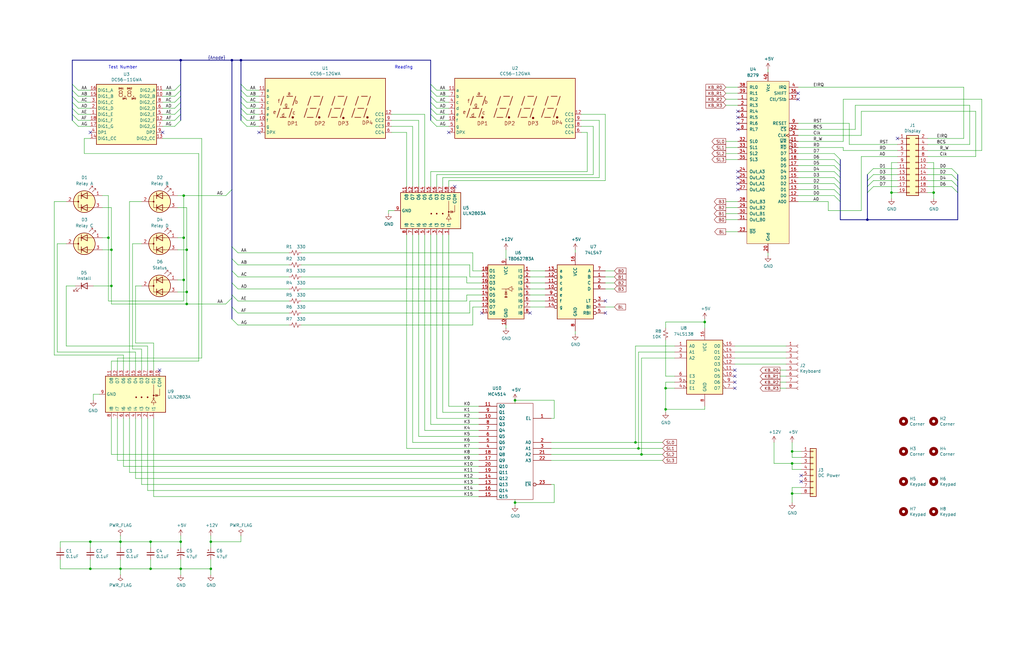
<source format=kicad_sch>
(kicad_sch (version 20211123) (generator eeschema)

  (uuid 8d55e186-3e11-40e8-a65e-b36a8a00069e)

  (paper "B")

  

  (bus_alias "Anode" (members "AA" "AB" "AC" "AD" "AE" "AF" "AG"))

  (junction (at 46.99 120.65) (diameter 0) (color 0 0 0 0)
    (uuid 18d11f32-e1a6-4f29-8e3c-0bfeb07299bd)
  )
  (junction (at 334.01 195.58) (diameter 0) (color 0 0 0 0)
    (uuid 1ab71a3c-340b-469a-ada5-4f87f0b7b2fa)
  )
  (junction (at 38.1 240.03) (diameter 0) (color 0 0 0 0)
    (uuid 2878a73c-5447-4cd9-8194-14f52ab9459c)
  )
  (junction (at 393.7 81.28) (diameter 0) (color 0 0 0 0)
    (uuid 2a1de22d-6451-488d-af77-0bf8841bd695)
  )
  (junction (at 45.72 100.33) (diameter 0) (color 0 0 0 0)
    (uuid 501880c3-8633-456f-9add-0e8fa1932ba6)
  )
  (junction (at 269.24 189.23) (diameter 0) (color 0 0 0 0)
    (uuid 5487601b-81d3-4c70-8f3d-cf9df9c63302)
  )
  (junction (at 217.17 212.09) (diameter 0) (color 0 0 0 0)
    (uuid 55e740a3-0735-4744-896e-2bf5437093b9)
  )
  (junction (at 38.1 228.6) (diameter 0) (color 0 0 0 0)
    (uuid 5d3d7893-1d11-4f1d-9052-85cf0e07d281)
  )
  (junction (at 50.8 240.03) (diameter 0) (color 0 0 0 0)
    (uuid 676efd2f-1c48-4786-9e4b-2444f1e8f6ff)
  )
  (junction (at 334.01 208.28) (diameter 0) (color 0 0 0 0)
    (uuid 6781326c-6e0d-4753-8f28-0f5c687e01f9)
  )
  (junction (at 63.5 240.03) (diameter 0) (color 0 0 0 0)
    (uuid 67f6e996-3c99-493c-8f6f-e739e2ed5d7a)
  )
  (junction (at 78.74 123.19) (diameter 0) (color 0 0 0 0)
    (uuid 6afc19cf-38b4-47a3-bc2b-445b18724310)
  )
  (junction (at 280.67 163.83) (diameter 0) (color 0 0 0 0)
    (uuid 6c2e273e-743c-4f1e-a647-4171f8122550)
  )
  (junction (at 217.17 168.91) (diameter 0) (color 0 0 0 0)
    (uuid 746ba970-8279-4e7b-aed3-f28687777c21)
  )
  (junction (at 63.5 228.6) (diameter 0) (color 0 0 0 0)
    (uuid 78cbdd6c-4878-4cc5-9a58-0e506478e37d)
  )
  (junction (at 46.99 105.41) (diameter 0) (color 0 0 0 0)
    (uuid 7a879184-fad8-4feb-afb5-86fe8d34f1f7)
  )
  (junction (at 297.18 135.89) (diameter 0) (color 0 0 0 0)
    (uuid 7dc880bc-e7eb-4cce-8d8c-0b65a9dd788e)
  )
  (junction (at 77.47 118.11) (diameter 0) (color 0 0 0 0)
    (uuid 84d296ba-3d39-4264-ad19-947f90c54396)
  )
  (junction (at 280.67 172.72) (diameter 0) (color 0 0 0 0)
    (uuid 922058ca-d09a-45fd-8394-05f3e2c1e03a)
  )
  (junction (at 76.2 240.03) (diameter 0) (color 0 0 0 0)
    (uuid 9565d2ee-a4f1-4d08-b2c9-0264233a0d2b)
  )
  (junction (at 76.2 228.6) (diameter 0) (color 0 0 0 0)
    (uuid 9ccf03e8-755a-4cd9-96fc-30e1d08fa253)
  )
  (junction (at 334.01 190.5) (diameter 0) (color 0 0 0 0)
    (uuid a5be2cb8-c68d-4180-8412-69a6b4c5b1d4)
  )
  (junction (at 88.9 228.6) (diameter 0) (color 0 0 0 0)
    (uuid a7f2e97b-29f3-44fd-bf8a-97a3c1528b61)
  )
  (junction (at 365.76 92.71) (diameter 0) (color 0 0 0 0)
    (uuid b4d5c666-f63c-444a-9bbd-06f280b0b980)
  )
  (junction (at 78.74 105.41) (diameter 0) (color 0 0 0 0)
    (uuid c8a7af6e-c432-4fa3-91ee-c8bf0c5a9ebe)
  )
  (junction (at 78.74 128.27) (diameter 0) (color 0 0 0 0)
    (uuid c8fd9dd3-06ad-4146-9239-0065013959ef)
  )
  (junction (at 267.97 186.69) (diameter 0) (color 0 0 0 0)
    (uuid cb614b23-9af3-4aec-bed8-c1374e001510)
  )
  (junction (at 76.2 25.4) (diameter 0) (color 0 0 0 0)
    (uuid cb721686-5255-4788-a3b0-ce4312e32eb7)
  )
  (junction (at 50.8 228.6) (diameter 0) (color 0 0 0 0)
    (uuid cfa5c16e-7859-460d-a0b8-cea7d7ea629c)
  )
  (junction (at 375.92 81.28) (diameter 0) (color 0 0 0 0)
    (uuid d1a9be32-38ba-44e6-bc35-f031541ab1fe)
  )
  (junction (at 270.51 191.77) (diameter 0) (color 0 0 0 0)
    (uuid e3fc1e69-a11c-4c84-8952-fefb9372474e)
  )
  (junction (at 97.79 25.4) (diameter 0) (color 0 0 0 0)
    (uuid eb8d02e9-145c-465d-b6a8-bae84d47a94b)
  )
  (junction (at 88.9 240.03) (diameter 0) (color 0 0 0 0)
    (uuid f345e52a-8e0a-425a-b438-90809dd3b799)
  )
  (junction (at 77.47 82.55) (diameter 0) (color 0 0 0 0)
    (uuid f9b1563b-384a-447c-9f47-736504e995c8)
  )
  (junction (at 101.6 25.4) (diameter 0) (color 0 0 0 0)
    (uuid faa1812c-fdf3-47ae-9cf4-ae06a263bfbd)
  )
  (junction (at 77.47 100.33) (diameter 0) (color 0 0 0 0)
    (uuid fe14c012-3d58-4e5e-9a37-4b9765a7f764)
  )

  (no_connect (at 67.31 156.21) (uuid 0fdc6f30-77bc-4e9b-8665-c8aa9acf5bf9))
  (no_connect (at 311.15 77.47) (uuid 16121028-bdf5-49c0-aae7-e28fe5bfa771))
  (no_connect (at 309.88 161.29) (uuid 1a1ab354-5f85-45f9-938c-9f6c4c8c3ea2))
  (no_connect (at 68.58 55.88) (uuid 30317bf0-88bb-49e7-bf8b-9f3883982225))
  (no_connect (at 255.27 132.08) (uuid 37f31dec-63fc-4634-a141-5dc5d2b60fe4))
  (no_connect (at 38.1 55.88) (uuid 3e915099-a18e-49f4-89bb-abe64c2dade5))
  (no_connect (at 309.88 163.83) (uuid 42713045-fffd-4b2d-ae1e-7232d705fb12))
  (no_connect (at 311.15 72.39) (uuid 4db55cb8-197b-4402-871f-ce582b65664b))
  (no_connect (at 336.55 39.37) (uuid 6bd115d6-07e0-45db-8f2e-3cbb0429104f))
  (no_connect (at 309.88 158.75) (uuid 7aed3a71-054b-4aaa-9c0a-030523c32827))
  (no_connect (at 337.82 203.2) (uuid 7f2301df-e4bc-479e-a681-cc59c9a2dbbb))
  (no_connect (at 255.27 127) (uuid 88668202-3f0b-4d07-84d4-dcd790f57272))
  (no_connect (at 311.15 49.53) (uuid 9031bb33-c6aa-4758-bf5c-3274ed3ebab7))
  (no_connect (at 309.88 156.21) (uuid 9157f4ae-0244-4ff1-9f73-3cb4cbb5f280))
  (no_connect (at 378.46 58.42) (uuid 96db52e2-6336-4f5e-846e-528c594d0509))
  (no_connect (at 336.55 41.91) (uuid 97fe2a5c-4eee-4c7a-9c43-47749b396494))
  (no_connect (at 311.15 54.61) (uuid 9aedbb9e-8340-4899-b813-05b23382a36b))
  (no_connect (at 203.2 132.08) (uuid a3e4f0ae-9f86-49e9-b386-ed8b42e012fb))
  (no_connect (at 223.52 132.08) (uuid a690fc6c-55d9-47e6-b533-faa4b67e20f3))
  (no_connect (at 337.82 200.66) (uuid c701ee8e-1214-4781-a973-17bef7b6e3eb))
  (no_connect (at 311.15 80.01) (uuid d0a0deb1-4f0f-4ede-b730-2c6d67cb9618))
  (no_connect (at 189.23 55.88) (uuid d3d57924-54a6-421d-a3a0-a044fc909e88))
  (no_connect (at 191.77 78.74) (uuid e1c30a32-820e-4b17-aec9-5cb8b76f0ccc))
  (no_connect (at 311.15 74.93) (uuid e97b5984-9f0f-43a4-9b8a-838eef4cceb2))
  (no_connect (at 109.22 55.88) (uuid eab9c52c-3aa0-43a7-bc7f-7e234ff1e9f4))
  (no_connect (at 311.15 52.07) (uuid fa918b6d-f6cf-4471-be3b-4ff713f55a2e))
  (no_connect (at 311.15 46.99) (uuid fea7c5d1-76d6-41a0-b5e3-29889dbb8ce0))

  (bus_entry (at 351.79 67.31) (size 2.54 2.54)
    (stroke (width 0) (type default) (color 0 0 0 0))
    (uuid 00122f7a-cb8f-4193-9b1d-4d49f4c98acd)
  )
  (bus_entry (at 181.61 35.56) (size 2.54 2.54)
    (stroke (width 0) (type default) (color 0 0 0 0))
    (uuid 01e9b6e7-adf9-4ee7-9447-a588630ee4a2)
  )
  (bus_entry (at 97.79 80.01) (size -2.54 2.54)
    (stroke (width 0) (type default) (color 0 0 0 0))
    (uuid 0520f61d-4522-4301-a3fa-8ed0bf060f69)
  )
  (bus_entry (at 181.61 50.8) (size 2.54 2.54)
    (stroke (width 0) (type default) (color 0 0 0 0))
    (uuid 0c3dceba-7c95-4b3d-b590-0eb581444beb)
  )
  (bus_entry (at 76.2 40.64) (size -2.54 2.54)
    (stroke (width 0) (type default) (color 0 0 0 0))
    (uuid 1e8701fc-ad24-40ea-846a-e3db538d6077)
  )
  (bus_entry (at 365.76 76.2) (size 2.54 -2.54)
    (stroke (width 0) (type default) (color 0 0 0 0))
    (uuid 20cf6e82-df95-4df8-ab18-a658b71157a6)
  )
  (bus_entry (at 30.48 38.1) (size 2.54 2.54)
    (stroke (width 0) (type default) (color 0 0 0 0))
    (uuid 24f7628d-681d-4f0e-8409-40a129e929d9)
  )
  (bus_entry (at 76.2 38.1) (size -2.54 2.54)
    (stroke (width 0) (type default) (color 0 0 0 0))
    (uuid 25d545dc-8f50-4573-922c-35ef5a2a3a19)
  )
  (bus_entry (at 365.76 73.66) (size 2.54 -2.54)
    (stroke (width 0) (type default) (color 0 0 0 0))
    (uuid 2f31429e-39d6-4f1c-8019-c45c8e38343a)
  )
  (bus_entry (at 30.48 35.56) (size 2.54 2.54)
    (stroke (width 0) (type default) (color 0 0 0 0))
    (uuid 3a7648d8-121a-4921-9b92-9b35b76ce39b)
  )
  (bus_entry (at 30.48 40.64) (size 2.54 2.54)
    (stroke (width 0) (type default) (color 0 0 0 0))
    (uuid 3e903008-0276-4a73-8edb-5d9dfde6297c)
  )
  (bus_entry (at 76.2 50.8) (size -2.54 2.54)
    (stroke (width 0) (type default) (color 0 0 0 0))
    (uuid 40976bf0-19de-460f-ad64-224d4f51e16b)
  )
  (bus_entry (at 351.79 80.01) (size 2.54 2.54)
    (stroke (width 0) (type default) (color 0 0 0 0))
    (uuid 409bc8cd-c8c8-419b-bafb-be663ae1baec)
  )
  (bus_entry (at 97.79 125.73) (size -2.54 2.54)
    (stroke (width 0) (type default) (color 0 0 0 0))
    (uuid 411d4270-c66c-4318-b7fb-1470d34862b8)
  )
  (bus_entry (at 30.48 50.8) (size 2.54 2.54)
    (stroke (width 0) (type default) (color 0 0 0 0))
    (uuid 45008225-f50f-4d6b-b508-6730a9408caf)
  )
  (bus_entry (at 351.79 77.47) (size 2.54 2.54)
    (stroke (width 0) (type default) (color 0 0 0 0))
    (uuid 4b3e5210-8658-4eb0-9a16-4b42c223368d)
  )
  (bus_entry (at 30.48 45.72) (size 2.54 2.54)
    (stroke (width 0) (type default) (color 0 0 0 0))
    (uuid 6475547d-3216-45a4-a15c-48314f1dd0f9)
  )
  (bus_entry (at 101.6 40.64) (size 2.54 2.54)
    (stroke (width 0) (type default) (color 0 0 0 0))
    (uuid 68877d35-b796-44db-9124-b8e744e7412e)
  )
  (bus_entry (at 101.6 50.8) (size 2.54 2.54)
    (stroke (width 0) (type default) (color 0 0 0 0))
    (uuid 6d26d68f-1ca7-4ff3-b058-272f1c399047)
  )
  (bus_entry (at 181.61 45.72) (size 2.54 2.54)
    (stroke (width 0) (type default) (color 0 0 0 0))
    (uuid 730b670c-9bcf-4dcd-9a8d-fcaa61fb0955)
  )
  (bus_entry (at 30.48 43.18) (size 2.54 2.54)
    (stroke (width 0) (type default) (color 0 0 0 0))
    (uuid 75ffc65c-7132-4411-9f2a-ae0c73d79338)
  )
  (bus_entry (at 351.79 74.93) (size 2.54 2.54)
    (stroke (width 0) (type default) (color 0 0 0 0))
    (uuid 7763034e-6306-47bb-a320-6dabcd81a963)
  )
  (bus_entry (at 97.79 114.3) (size 2.54 2.54)
    (stroke (width 0) (type default) (color 0 0 0 0))
    (uuid 789ca812-3e0c-4a3f-97bc-a916dd9bce80)
  )
  (bus_entry (at 351.79 72.39) (size 2.54 2.54)
    (stroke (width 0) (type default) (color 0 0 0 0))
    (uuid 7c586478-c1b7-4e04-ace4-42fe7b9c473d)
  )
  (bus_entry (at 181.61 40.64) (size 2.54 2.54)
    (stroke (width 0) (type default) (color 0 0 0 0))
    (uuid 7d928d56-093a-4ca8-aed1-414b7e703b45)
  )
  (bus_entry (at 181.61 43.18) (size 2.54 2.54)
    (stroke (width 0) (type default) (color 0 0 0 0))
    (uuid 8a650ebf-3f78-4ca4-a26b-a5028693e36d)
  )
  (bus_entry (at 76.2 48.26) (size -2.54 2.54)
    (stroke (width 0) (type default) (color 0 0 0 0))
    (uuid 8c514922-ffe1-4e37-a260-e807409f2e0d)
  )
  (bus_entry (at 30.48 48.26) (size 2.54 2.54)
    (stroke (width 0) (type default) (color 0 0 0 0))
    (uuid 8c6a821f-8e19-48f3-8f44-9b340f7689bc)
  )
  (bus_entry (at 365.76 81.28) (size 2.54 -2.54)
    (stroke (width 0) (type default) (color 0 0 0 0))
    (uuid 8c9be223-3e3b-4263-be76-100d6db5c98e)
  )
  (bus_entry (at 401.32 71.12) (size 2.54 2.54)
    (stroke (width 0) (type default) (color 0 0 0 0))
    (uuid 8c9be223-3e3b-4263-be76-100d6db5c98e)
  )
  (bus_entry (at 401.32 73.66) (size 2.54 2.54)
    (stroke (width 0) (type default) (color 0 0 0 0))
    (uuid 8c9be223-3e3b-4263-be76-100d6db5c98e)
  )
  (bus_entry (at 401.32 76.2) (size 2.54 2.54)
    (stroke (width 0) (type default) (color 0 0 0 0))
    (uuid 8c9be223-3e3b-4263-be76-100d6db5c98e)
  )
  (bus_entry (at 401.32 78.74) (size 2.54 2.54)
    (stroke (width 0) (type default) (color 0 0 0 0))
    (uuid 8c9be223-3e3b-4263-be76-100d6db5c98e)
  )
  (bus_entry (at 101.6 48.26) (size 2.54 2.54)
    (stroke (width 0) (type default) (color 0 0 0 0))
    (uuid 911bdcbe-493f-4e21-a506-7cbc636e2c17)
  )
  (bus_entry (at 351.79 64.77) (size 2.54 2.54)
    (stroke (width 0) (type default) (color 0 0 0 0))
    (uuid 9aaf4e72-7fd9-4ac8-8fbc-51f10707823a)
  )
  (bus_entry (at 351.79 82.55) (size 2.54 2.54)
    (stroke (width 0) (type default) (color 0 0 0 0))
    (uuid 9e395c4e-ccb4-40b7-aac2-a767433af23e)
  )
  (bus_entry (at 101.6 45.72) (size 2.54 2.54)
    (stroke (width 0) (type default) (color 0 0 0 0))
    (uuid 9f8381e9-3077-4453-a480-a01ad9c1a940)
  )
  (bus_entry (at 97.79 129.54) (size 2.54 2.54)
    (stroke (width 0) (type default) (color 0 0 0 0))
    (uuid a17904b9-135e-4dae-ae20-401c7787de72)
  )
  (bus_entry (at 181.61 48.26) (size 2.54 2.54)
    (stroke (width 0) (type default) (color 0 0 0 0))
    (uuid abe07c9a-17c3-43b5-b7a6-ae867ac27ea7)
  )
  (bus_entry (at 351.79 69.85) (size 2.54 2.54)
    (stroke (width 0) (type default) (color 0 0 0 0))
    (uuid b5a40e46-9876-4e48-a954-7a4221f0b34e)
  )
  (bus_entry (at 101.6 43.18) (size 2.54 2.54)
    (stroke (width 0) (type default) (color 0 0 0 0))
    (uuid b96fe6ac-3535-4455-ab88-ed77f5e46d6e)
  )
  (bus_entry (at 76.2 45.72) (size -2.54 2.54)
    (stroke (width 0) (type default) (color 0 0 0 0))
    (uuid c25a772d-af9c-4ebc-96f6-0966738c13a8)
  )
  (bus_entry (at 101.6 38.1) (size 2.54 2.54)
    (stroke (width 0) (type default) (color 0 0 0 0))
    (uuid c332fa55-4168-4f55-88a5-f82c7c21040b)
  )
  (bus_entry (at 76.2 35.56) (size -2.54 2.54)
    (stroke (width 0) (type default) (color 0 0 0 0))
    (uuid c830e3bc-dc64-4f65-8f47-3b106bae2807)
  )
  (bus_entry (at 181.61 38.1) (size 2.54 2.54)
    (stroke (width 0) (type default) (color 0 0 0 0))
    (uuid ca87f11b-5f48-4b57-8535-68d3ec2fe5a9)
  )
  (bus_entry (at 97.79 124.46) (size 2.54 2.54)
    (stroke (width 0) (type default) (color 0 0 0 0))
    (uuid cdfb07af-801b-44ba-8c30-d021a6ad3039)
  )
  (bus_entry (at 76.2 43.18) (size -2.54 2.54)
    (stroke (width 0) (type default) (color 0 0 0 0))
    (uuid d5641ac9-9be7-46bf-90b3-6c83d852b5ba)
  )
  (bus_entry (at 97.79 104.14) (size 2.54 2.54)
    (stroke (width 0) (type default) (color 0 0 0 0))
    (uuid db36f6e3-e72a-487f-bda9-88cc84536f62)
  )
  (bus_entry (at 101.6 35.56) (size 2.54 2.54)
    (stroke (width 0) (type default) (color 0 0 0 0))
    (uuid df32840e-2912-4088-b54c-9a85f64c0265)
  )
  (bus_entry (at 97.79 109.22) (size 2.54 2.54)
    (stroke (width 0) (type default) (color 0 0 0 0))
    (uuid e4c6fdbb-fdc7-4ad4-a516-240d84cdc120)
  )
  (bus_entry (at 97.79 119.38) (size 2.54 2.54)
    (stroke (width 0) (type default) (color 0 0 0 0))
    (uuid e6b860cc-cb76-4220-acfb-68f1eb348bfa)
  )
  (bus_entry (at 97.79 134.62) (size 2.54 2.54)
    (stroke (width 0) (type default) (color 0 0 0 0))
    (uuid f202141e-c20d-4cac-b016-06a44f2ecce8)
  )
  (bus_entry (at 365.76 78.74) (size 2.54 -2.54)
    (stroke (width 0) (type default) (color 0 0 0 0))
    (uuid f7952f6f-0f60-40c4-8688-93ccc9ef72a8)
  )

  (wire (pts (xy 270.51 151.13) (xy 270.51 191.77))
    (stroke (width 0) (type default) (color 0 0 0 0))
    (uuid 003c2200-0632-4808-a662-8ddd5d30c768)
  )
  (wire (pts (xy 38.1 231.14) (xy 38.1 228.6))
    (stroke (width 0) (type default) (color 0 0 0 0))
    (uuid 008da5b9-6f95-4113-b7d0-d93ac62efd33)
  )
  (wire (pts (xy 78.74 128.27) (xy 95.25 128.27))
    (stroke (width 0) (type default) (color 0 0 0 0))
    (uuid 009b5465-0a65-4237-93e7-eb65321eeb18)
  )
  (wire (pts (xy 55.88 102.87) (xy 59.69 102.87))
    (stroke (width 0) (type default) (color 0 0 0 0))
    (uuid 00e38d63-5436-49db-81f5-697421f168fc)
  )
  (wire (pts (xy 77.47 82.55) (xy 95.25 82.55))
    (stroke (width 0) (type default) (color 0 0 0 0))
    (uuid 00f3ea8b-8a54-4e56-84ff-d98f6c00496c)
  )
  (wire (pts (xy 351.79 64.77) (xy 336.55 64.77))
    (stroke (width 0) (type default) (color 0 0 0 0))
    (uuid 011ee658-718d-416a-85fd-961729cd1ee5)
  )
  (wire (pts (xy 360.68 54.61) (xy 360.68 44.45))
    (stroke (width 0) (type default) (color 0 0 0 0))
    (uuid 01a689fc-d685-4feb-94fd-f4f85899c8f0)
  )
  (wire (pts (xy 33.02 45.72) (xy 38.1 45.72))
    (stroke (width 0) (type default) (color 0 0 0 0))
    (uuid 0217dfc4-fc13-4699-99ad-d9948522648e)
  )
  (wire (pts (xy 77.47 82.55) (xy 77.47 100.33))
    (stroke (width 0) (type default) (color 0 0 0 0))
    (uuid 03f57fb4-32a3-4bc6-85b9-fd8ece4a9592)
  )
  (wire (pts (xy 50.8 240.03) (xy 38.1 240.03))
    (stroke (width 0) (type default) (color 0 0 0 0))
    (uuid 04cf2f2c-74bf-400d-b4f6-201720df00ed)
  )
  (bus (pts (xy 354.33 72.39) (xy 354.33 74.93))
    (stroke (width 0) (type default) (color 0 0 0 0))
    (uuid 05515a0c-e795-42c4-9d72-7ae51e80ba01)
  )

  (wire (pts (xy 355.6 63.5) (xy 378.46 63.5))
    (stroke (width 0) (type default) (color 0 0 0 0))
    (uuid 06810687-a090-46d9-abfe-58ae88c168b5)
  )
  (bus (pts (xy 181.61 48.26) (xy 181.61 50.8))
    (stroke (width 0) (type default) (color 0 0 0 0))
    (uuid 07445ace-6f46-4433-9b1f-cb0348e34d6e)
  )

  (wire (pts (xy 306.07 39.37) (xy 311.15 39.37))
    (stroke (width 0) (type default) (color 0 0 0 0))
    (uuid 076046ab-4b56-4060-b8d9-0d80806d0277)
  )
  (wire (pts (xy 375.92 81.28) (xy 375.92 83.82))
    (stroke (width 0) (type default) (color 0 0 0 0))
    (uuid 07d160b6-23e1-4aa0-95cb-440482e6fc15)
  )
  (wire (pts (xy 232.41 194.31) (xy 279.4 194.31))
    (stroke (width 0) (type default) (color 0 0 0 0))
    (uuid 08a7c925-7fae-4530-b0c9-120e185cb318)
  )
  (wire (pts (xy 179.07 48.26) (xy 179.07 78.74))
    (stroke (width 0) (type default) (color 0 0 0 0))
    (uuid 0a1a4d88-972a-46ce-b25e-6cb796bd41f7)
  )
  (wire (pts (xy 62.23 207.01) (xy 62.23 176.53))
    (stroke (width 0) (type default) (color 0 0 0 0))
    (uuid 0ae82096-0994-4fb0-9a2a-d4ac4804abac)
  )
  (wire (pts (xy 88.9 242.57) (xy 88.9 240.03))
    (stroke (width 0) (type default) (color 0 0 0 0))
    (uuid 0cbeb329-a88d-4a47-a5c2-a1d693de2f8c)
  )
  (bus (pts (xy 76.2 25.4) (xy 76.2 35.56))
    (stroke (width 0) (type default) (color 0 0 0 0))
    (uuid 0cc9bf07-55b9-458f-b8aa-41b2f51fa940)
  )

  (wire (pts (xy 328.93 158.75) (xy 331.47 158.75))
    (stroke (width 0) (type default) (color 0 0 0 0))
    (uuid 0eaa98f0-9565-4637-ace3-42a5231b07f7)
  )
  (bus (pts (xy 97.79 114.3) (xy 97.79 119.38))
    (stroke (width 0) (type default) (color 0 0 0 0))
    (uuid 0ece801e-d866-4db6-ac74-b73a04fbccb6)
  )
  (bus (pts (xy 76.2 43.18) (xy 76.2 45.72))
    (stroke (width 0) (type default) (color 0 0 0 0))
    (uuid 0edb1b6e-f927-4e67-ad07-7a160b37ecc2)
  )

  (wire (pts (xy 280.67 172.72) (xy 280.67 173.99))
    (stroke (width 0) (type default) (color 0 0 0 0))
    (uuid 0f54db53-a272-4955-88fb-d7ab00657bb0)
  )
  (wire (pts (xy 104.14 40.64) (xy 109.22 40.64))
    (stroke (width 0) (type default) (color 0 0 0 0))
    (uuid 0ff508fd-18da-4ab7-9844-3c8a28c2587e)
  )
  (wire (pts (xy 233.68 212.09) (xy 217.17 212.09))
    (stroke (width 0) (type default) (color 0 0 0 0))
    (uuid 10109f84-4940-47f8-8640-91f185ac9bc1)
  )
  (wire (pts (xy 334.01 208.28) (xy 337.82 208.28))
    (stroke (width 0) (type default) (color 0 0 0 0))
    (uuid 101ef598-601d-400e-9ef6-d655fbb1dbfa)
  )
  (wire (pts (xy 306.07 41.91) (xy 311.15 41.91))
    (stroke (width 0) (type default) (color 0 0 0 0))
    (uuid 1171ce37-6ad7-4662-bb68-5592c945ebf3)
  )
  (wire (pts (xy 186.69 173.99) (xy 201.93 173.99))
    (stroke (width 0) (type default) (color 0 0 0 0))
    (uuid 1199146e-a60b-416a-b503-e77d6d2892f9)
  )
  (wire (pts (xy 127 132.08) (xy 198.12 132.08))
    (stroke (width 0) (type default) (color 0 0 0 0))
    (uuid 127679a9-3981-4934-815e-896a4e3ff56e)
  )
  (wire (pts (xy 76.2 240.03) (xy 63.5 240.03))
    (stroke (width 0) (type default) (color 0 0 0 0))
    (uuid 13abf99d-5265-4779-8973-e94370fd18ff)
  )
  (wire (pts (xy 104.14 48.26) (xy 109.22 48.26))
    (stroke (width 0) (type default) (color 0 0 0 0))
    (uuid 13c0ff76-ed71-4cd9-abb0-92c376825d5d)
  )
  (wire (pts (xy 59.69 204.47) (xy 201.93 204.47))
    (stroke (width 0) (type default) (color 0 0 0 0))
    (uuid 14094ad2-b562-4efa-8c6f-51d7a3134345)
  )
  (wire (pts (xy 52.07 196.85) (xy 201.93 196.85))
    (stroke (width 0) (type default) (color 0 0 0 0))
    (uuid 1427bb3f-0689-4b41-a816-cd79a5202fd0)
  )
  (wire (pts (xy 27.94 120.65) (xy 31.75 120.65))
    (stroke (width 0) (type default) (color 0 0 0 0))
    (uuid 143ed874-a01f-4ced-ba4e-bbb66ddd1f70)
  )
  (wire (pts (xy 74.93 105.41) (xy 78.74 105.41))
    (stroke (width 0) (type default) (color 0 0 0 0))
    (uuid 155b0b7c-70b4-4a26-a550-bac13cab0aa4)
  )
  (wire (pts (xy 363.22 46.99) (xy 411.48 46.99))
    (stroke (width 0) (type default) (color 0 0 0 0))
    (uuid 1644840c-7c31-4a13-a50c-29eea7f55682)
  )
  (wire (pts (xy 184.15 48.26) (xy 189.23 48.26))
    (stroke (width 0) (type default) (color 0 0 0 0))
    (uuid 16bd6381-8ac0-4bf2-9dce-ecc20c724b8d)
  )
  (wire (pts (xy 311.15 64.77) (xy 306.07 64.77))
    (stroke (width 0) (type default) (color 0 0 0 0))
    (uuid 180245d9-4a3f-4d1b-adcc-b4eafac722e0)
  )
  (wire (pts (xy 328.93 156.21) (xy 331.47 156.21))
    (stroke (width 0) (type default) (color 0 0 0 0))
    (uuid 181abe7a-f941-42b6-bd46-aaa3131f90fb)
  )
  (wire (pts (xy 100.33 111.76) (xy 121.92 111.76))
    (stroke (width 0) (type default) (color 0 0 0 0))
    (uuid 182b2d54-931d-49d6-9f39-60a752623e36)
  )
  (wire (pts (xy 50.8 240.03) (xy 50.8 236.22))
    (stroke (width 0) (type default) (color 0 0 0 0))
    (uuid 1860e030-7a36-4298-b7fc-a16d48ab15ba)
  )
  (wire (pts (xy 334.01 193.04) (xy 334.01 190.5))
    (stroke (width 0) (type default) (color 0 0 0 0))
    (uuid 18c61c95-8af1-4986-b67e-c7af9c15ab6b)
  )
  (wire (pts (xy 46.99 87.63) (xy 46.99 105.41))
    (stroke (width 0) (type default) (color 0 0 0 0))
    (uuid 18ca5aef-6a2c-41ac-9e7f-bf7acb716e53)
  )
  (wire (pts (xy 50.8 228.6) (xy 38.1 228.6))
    (stroke (width 0) (type default) (color 0 0 0 0))
    (uuid 1bdd5841-68b7-42e2-9447-cbdb608d8a08)
  )
  (wire (pts (xy 280.67 143.51) (xy 280.67 158.75))
    (stroke (width 0) (type default) (color 0 0 0 0))
    (uuid 1bf544e3-5940-4576-9291-2464e95c0ee2)
  )
  (wire (pts (xy 52.07 156.21) (xy 52.07 149.86))
    (stroke (width 0) (type default) (color 0 0 0 0))
    (uuid 1cb22080-0f59-4c18-a6e6-8685ef44ec53)
  )
  (wire (pts (xy 33.02 53.34) (xy 38.1 53.34))
    (stroke (width 0) (type default) (color 0 0 0 0))
    (uuid 1d9cdadc-9036-4a95-b6db-fa7b3b74c869)
  )
  (wire (pts (xy 203.2 119.38) (xy 196.85 119.38))
    (stroke (width 0) (type default) (color 0 0 0 0))
    (uuid 1e1b062d-fad0-427c-a622-c5b8a80b5268)
  )
  (wire (pts (xy 378.46 81.28) (xy 375.92 81.28))
    (stroke (width 0) (type default) (color 0 0 0 0))
    (uuid 1e48966e-d29d-4521-8939-ec8ac570431d)
  )
  (wire (pts (xy 104.14 38.1) (xy 109.22 38.1))
    (stroke (width 0) (type default) (color 0 0 0 0))
    (uuid 1f3003e6-dce5-420f-906b-3f1e92b67249)
  )
  (wire (pts (xy 35.56 58.42) (xy 35.56 64.77))
    (stroke (width 0) (type default) (color 0 0 0 0))
    (uuid 1f9ae101-c652-4998-a503-17aedf3d5746)
  )
  (wire (pts (xy 46.99 87.63) (xy 43.18 87.63))
    (stroke (width 0) (type default) (color 0 0 0 0))
    (uuid 1fa508ef-df83-4c99-846b-9acf535b3ad9)
  )
  (bus (pts (xy 30.48 40.64) (xy 30.48 43.18))
    (stroke (width 0) (type default) (color 0 0 0 0))
    (uuid 206d0b65-748b-4838-a3b1-f519ff242f9e)
  )

  (wire (pts (xy 267.97 186.69) (xy 279.4 186.69))
    (stroke (width 0) (type default) (color 0 0 0 0))
    (uuid 20cca02e-4c4d-4961-b6b4-b40a1731b220)
  )
  (wire (pts (xy 57.15 144.78) (xy 64.77 144.78))
    (stroke (width 0) (type default) (color 0 0 0 0))
    (uuid 2165c9a4-eb84-4cb6-a870-2fdc39d2511b)
  )
  (wire (pts (xy 46.99 128.27) (xy 78.74 128.27))
    (stroke (width 0) (type default) (color 0 0 0 0))
    (uuid 221bef83-3ea7-4d3f-adeb-53a8a07c6273)
  )
  (wire (pts (xy 179.07 99.06) (xy 179.07 181.61))
    (stroke (width 0) (type default) (color 0 0 0 0))
    (uuid 224768bc-6009-43ba-aa4a-70cbaa15b5a3)
  )
  (wire (pts (xy 336.55 54.61) (xy 360.68 54.61))
    (stroke (width 0) (type default) (color 0 0 0 0))
    (uuid 22bb6c80-05a9-4d89-98b0-f4c23fe6c1ce)
  )
  (wire (pts (xy 22.86 85.09) (xy 22.86 149.86))
    (stroke (width 0) (type default) (color 0 0 0 0))
    (uuid 235067e2-1686-40fe-a9a0-61704311b2b1)
  )
  (wire (pts (xy 63.5 231.14) (xy 63.5 228.6))
    (stroke (width 0) (type default) (color 0 0 0 0))
    (uuid 23bb2798-d93a-4696-a962-c305c4298a0c)
  )
  (wire (pts (xy 284.48 151.13) (xy 270.51 151.13))
    (stroke (width 0) (type default) (color 0 0 0 0))
    (uuid 240e07e1-770b-4b27-894f-29fd601c924d)
  )
  (bus (pts (xy 101.6 25.4) (xy 101.6 35.56))
    (stroke (width 0) (type default) (color 0 0 0 0))
    (uuid 241e0c85-4796-48eb-a5a0-1c0f2d6e5910)
  )
  (bus (pts (xy 365.76 81.28) (xy 365.76 92.71))
    (stroke (width 0) (type default) (color 0 0 0 0))
    (uuid 257d5b90-1a1d-41cc-9806-f850bb46b0c9)
  )

  (wire (pts (xy 378.46 76.2) (xy 368.3 76.2))
    (stroke (width 0) (type default) (color 0 0 0 0))
    (uuid 25bc3602-3fb4-4a04-94e3-21ba22562c24)
  )
  (wire (pts (xy 223.52 129.54) (xy 229.87 129.54))
    (stroke (width 0) (type default) (color 0 0 0 0))
    (uuid 25e5aa8e-2696-44a3-8d3c-c2c53f2923cf)
  )
  (wire (pts (xy 391.16 60.96) (xy 408.94 60.96))
    (stroke (width 0) (type default) (color 0 0 0 0))
    (uuid 283c990c-ae5a-4e41-a3ad-b40ca29fe90e)
  )
  (wire (pts (xy 311.15 85.09) (xy 306.07 85.09))
    (stroke (width 0) (type default) (color 0 0 0 0))
    (uuid 28e37b45-f843-47c2-85c9-ca19f5430ece)
  )
  (bus (pts (xy 97.79 25.4) (xy 76.2 25.4))
    (stroke (width 0) (type default) (color 0 0 0 0))
    (uuid 29bb7297-26fb-4776-9266-2355d022bab0)
  )
  (bus (pts (xy 30.48 35.56) (xy 30.48 38.1))
    (stroke (width 0) (type default) (color 0 0 0 0))
    (uuid 29f7fdbd-3373-4123-9f34-3159a1c4147f)
  )
  (bus (pts (xy 97.79 104.14) (xy 97.79 109.22))
    (stroke (width 0) (type default) (color 0 0 0 0))
    (uuid 2ba3f10c-c220-4f6e-99d7-5cef78ebbea2)
  )

  (wire (pts (xy 280.67 161.29) (xy 284.48 161.29))
    (stroke (width 0) (type default) (color 0 0 0 0))
    (uuid 2d210a96-f81f-42a9-8bf4-1b43c11086f3)
  )
  (wire (pts (xy 309.88 146.05) (xy 331.47 146.05))
    (stroke (width 0) (type default) (color 0 0 0 0))
    (uuid 2d6db888-4e40-41c8-b701-07170fc894bc)
  )
  (wire (pts (xy 267.97 186.69) (xy 267.97 146.05))
    (stroke (width 0) (type default) (color 0 0 0 0))
    (uuid 2db910a0-b943-40b4-b81f-068ba5265f56)
  )
  (wire (pts (xy 100.33 121.92) (xy 121.92 121.92))
    (stroke (width 0) (type default) (color 0 0 0 0))
    (uuid 2dc272bd-3aa2-45b5-889d-1d3c8aac80f8)
  )
  (wire (pts (xy 101.6 228.6) (xy 101.6 226.06))
    (stroke (width 0) (type default) (color 0 0 0 0))
    (uuid 2de1ffee-2174-41d2-8969-68b8d21e5a7d)
  )
  (wire (pts (xy 198.12 127) (xy 198.12 132.08))
    (stroke (width 0) (type default) (color 0 0 0 0))
    (uuid 2e642b3e-a476-4c54-9a52-dcea955640cd)
  )
  (wire (pts (xy 33.02 38.1) (xy 38.1 38.1))
    (stroke (width 0) (type default) (color 0 0 0 0))
    (uuid 2f215f15-3d52-4c91-93e6-3ea03a95622f)
  )
  (wire (pts (xy 165.1 55.88) (xy 171.45 55.88))
    (stroke (width 0) (type default) (color 0 0 0 0))
    (uuid 30c33e3e-fb78-498d-bffe-76273d527004)
  )
  (wire (pts (xy 203.2 124.46) (xy 196.85 124.46))
    (stroke (width 0) (type default) (color 0 0 0 0))
    (uuid 30f15357-ce1d-48b9-93dc-7d9b1b2aa048)
  )
  (bus (pts (xy 181.61 35.56) (xy 181.61 38.1))
    (stroke (width 0) (type default) (color 0 0 0 0))
    (uuid 314ee7eb-95c2-4602-b3df-42714dab3430)
  )

  (wire (pts (xy 334.01 195.58) (xy 334.01 198.12))
    (stroke (width 0) (type default) (color 0 0 0 0))
    (uuid 319639ae-c2c5-486d-93b1-d03bb1b64252)
  )
  (wire (pts (xy 57.15 156.21) (xy 57.15 148.59))
    (stroke (width 0) (type default) (color 0 0 0 0))
    (uuid 31f91ec8-56e4-4e08-9ccd-012652772211)
  )
  (wire (pts (xy 63.5 240.03) (xy 50.8 240.03))
    (stroke (width 0) (type default) (color 0 0 0 0))
    (uuid 32667662-ae86-4904-b198-3e95f11851bf)
  )
  (wire (pts (xy 181.61 78.74) (xy 181.61 72.39))
    (stroke (width 0) (type default) (color 0 0 0 0))
    (uuid 34d03349-6d78-4165-a683-2d8b76f2bae8)
  )
  (bus (pts (xy 30.48 25.4) (xy 30.48 35.56))
    (stroke (width 0) (type default) (color 0 0 0 0))
    (uuid 363945f6-fbef-42be-99cf-4a8a48434d92)
  )

  (wire (pts (xy 349.25 85.09) (xy 336.55 85.09))
    (stroke (width 0) (type default) (color 0 0 0 0))
    (uuid 369345e0-aacb-40d6-b869-36190237ab6f)
  )
  (wire (pts (xy 165.1 48.26) (xy 179.07 48.26))
    (stroke (width 0) (type default) (color 0 0 0 0))
    (uuid 36d783e7-096f-4c97-9672-7e08c083b87b)
  )
  (wire (pts (xy 104.14 43.18) (xy 109.22 43.18))
    (stroke (width 0) (type default) (color 0 0 0 0))
    (uuid 378af8b4-af3d-46e7-89ae-deff12ca9067)
  )
  (wire (pts (xy 50.8 242.57) (xy 50.8 240.03))
    (stroke (width 0) (type default) (color 0 0 0 0))
    (uuid 37e8181c-a81e-498b-b2e2-0aef0c391059)
  )
  (bus (pts (xy 181.61 25.4) (xy 181.61 35.56))
    (stroke (width 0) (type default) (color 0 0 0 0))
    (uuid 386ad9e3-71fa-420f-8722-88548b024fc5)
  )

  (wire (pts (xy 363.22 66.04) (xy 378.46 66.04))
    (stroke (width 0) (type default) (color 0 0 0 0))
    (uuid 38cfe839-c630-43d3-a9ec-6a89ba9e318a)
  )
  (bus (pts (xy 354.33 85.09) (xy 354.33 92.71))
    (stroke (width 0) (type default) (color 0 0 0 0))
    (uuid 39718265-15d9-471e-86e3-18922f23d031)
  )

  (wire (pts (xy 78.74 87.63) (xy 74.93 87.63))
    (stroke (width 0) (type default) (color 0 0 0 0))
    (uuid 399fc36a-ed5d-44b5-82f7-c6f83d9acc14)
  )
  (wire (pts (xy 337.82 195.58) (xy 334.01 195.58))
    (stroke (width 0) (type default) (color 0 0 0 0))
    (uuid 3a70978e-dcc2-4620-a99c-514362812927)
  )
  (wire (pts (xy 280.67 158.75) (xy 284.48 158.75))
    (stroke (width 0) (type default) (color 0 0 0 0))
    (uuid 3aaee4c4-dbf7-49a5-a620-9465d8cc3ae7)
  )
  (wire (pts (xy 203.2 116.84) (xy 198.12 116.84))
    (stroke (width 0) (type default) (color 0 0 0 0))
    (uuid 3b838d52-596d-4e4d-a6ac-e4c8e7621137)
  )
  (wire (pts (xy 311.15 92.71) (xy 306.07 92.71))
    (stroke (width 0) (type default) (color 0 0 0 0))
    (uuid 3c5e5ea9-793d-46e3-86bc-5884c4490dc7)
  )
  (wire (pts (xy 55.88 102.87) (xy 55.88 147.32))
    (stroke (width 0) (type default) (color 0 0 0 0))
    (uuid 3c9169cc-3a77-4ae0-8afc-cbfc472a28c5)
  )
  (wire (pts (xy 63.5 236.22) (xy 63.5 240.03))
    (stroke (width 0) (type default) (color 0 0 0 0))
    (uuid 3dcc657b-55a1-48e0-9667-e01e7b6b08b5)
  )
  (bus (pts (xy 101.6 35.56) (xy 101.6 38.1))
    (stroke (width 0) (type default) (color 0 0 0 0))
    (uuid 3e54d7ab-3ad9-4a62-8ddd-f64158c231da)
  )

  (wire (pts (xy 62.23 156.21) (xy 62.23 146.05))
    (stroke (width 0) (type default) (color 0 0 0 0))
    (uuid 3e57b728-64e6-4470-8f27-a43c0dd85050)
  )
  (bus (pts (xy 30.48 38.1) (xy 30.48 40.64))
    (stroke (width 0) (type default) (color 0 0 0 0))
    (uuid 3eeb1374-2650-4f13-ade1-7c8766a2b5d2)
  )

  (wire (pts (xy 250.19 53.34) (xy 245.11 53.34))
    (stroke (width 0) (type default) (color 0 0 0 0))
    (uuid 3f8a5430-68a9-4732-9b89-4e00dd8ae219)
  )
  (bus (pts (xy 97.79 109.22) (xy 97.79 114.3))
    (stroke (width 0) (type default) (color 0 0 0 0))
    (uuid 406606d8-99a9-4cfc-887b-f84d27d056f2)
  )

  (wire (pts (xy 46.99 191.77) (xy 46.99 176.53))
    (stroke (width 0) (type default) (color 0 0 0 0))
    (uuid 4107d40a-e5df-4255-aacc-13f9928e090c)
  )
  (wire (pts (xy 181.61 72.39) (xy 247.65 72.39))
    (stroke (width 0) (type default) (color 0 0 0 0))
    (uuid 42ff012d-5eb7-42b9-bb45-415cf26799c6)
  )
  (wire (pts (xy 323.85 106.68) (xy 323.85 107.95))
    (stroke (width 0) (type default) (color 0 0 0 0))
    (uuid 43707e99-bdd7-4b02-9974-540ed6c2b0aa)
  )
  (wire (pts (xy 38.1 236.22) (xy 38.1 240.03))
    (stroke (width 0) (type default) (color 0 0 0 0))
    (uuid 44646447-0a8e-4aec-a74e-22bf765d0f33)
  )
  (wire (pts (xy 50.8 228.6) (xy 50.8 231.14))
    (stroke (width 0) (type default) (color 0 0 0 0))
    (uuid 46918595-4a45-48e8-84c0-961b4db7f35f)
  )
  (wire (pts (xy 181.61 179.07) (xy 201.93 179.07))
    (stroke (width 0) (type default) (color 0 0 0 0))
    (uuid 477892a1-722e-4cda-bb6c-fcdb8ba5f93e)
  )
  (wire (pts (xy 73.66 38.1) (xy 68.58 38.1))
    (stroke (width 0) (type default) (color 0 0 0 0))
    (uuid 4780a290-d25c-4459-9579-eba3f7678762)
  )
  (wire (pts (xy 184.15 176.53) (xy 201.93 176.53))
    (stroke (width 0) (type default) (color 0 0 0 0))
    (uuid 479331ff-c540-41f4-84e6-b48d65171e59)
  )
  (wire (pts (xy 217.17 168.91) (xy 233.68 168.91))
    (stroke (width 0) (type default) (color 0 0 0 0))
    (uuid 47baf4b1-0938-497d-88f9-671136aa8be7)
  )
  (wire (pts (xy 127 137.16) (xy 199.39 137.16))
    (stroke (width 0) (type default) (color 0 0 0 0))
    (uuid 48ab88d7-7084-4d02-b109-3ad55a30bb11)
  )
  (wire (pts (xy 391.16 63.5) (xy 414.02 63.5))
    (stroke (width 0) (type default) (color 0 0 0 0))
    (uuid 49575217-40b0-4890-8acf-12982cca52b5)
  )
  (wire (pts (xy 284.48 146.05) (xy 267.97 146.05))
    (stroke (width 0) (type default) (color 0 0 0 0))
    (uuid 4a4ec8d9-3d72-4952-83d4-808f65849a2b)
  )
  (wire (pts (xy 378.46 71.12) (xy 368.3 71.12))
    (stroke (width 0) (type default) (color 0 0 0 0))
    (uuid 4a54c707-7b6f-4a3d-a74d-5e3526114aba)
  )
  (wire (pts (xy 378.46 73.66) (xy 368.3 73.66))
    (stroke (width 0) (type default) (color 0 0 0 0))
    (uuid 4aa97874-2fd2-414c-b381-9420384c2fd8)
  )
  (wire (pts (xy 163.83 90.17) (xy 163.83 88.9))
    (stroke (width 0) (type default) (color 0 0 0 0))
    (uuid 4b03e854-02fe-44cc-bece-f8268b7cae54)
  )
  (wire (pts (xy 391.16 73.66) (xy 401.32 73.66))
    (stroke (width 0) (type default) (color 0 0 0 0))
    (uuid 4b1fce17-dec7-457e-ba3b-a77604e77dc9)
  )
  (wire (pts (xy 45.72 127) (xy 77.47 127))
    (stroke (width 0) (type default) (color 0 0 0 0))
    (uuid 4ba06b66-7669-4c70-b585-f5d4c9c33527)
  )
  (wire (pts (xy 252.73 50.8) (xy 252.73 74.93))
    (stroke (width 0) (type default) (color 0 0 0 0))
    (uuid 4c843bdb-6c9e-40dd-85e2-0567846e18ba)
  )
  (wire (pts (xy 391.16 66.04) (xy 411.48 66.04))
    (stroke (width 0) (type default) (color 0 0 0 0))
    (uuid 4cafb73d-1ad8-4d24-acf7-63d78095ae46)
  )
  (wire (pts (xy 179.07 181.61) (xy 201.93 181.61))
    (stroke (width 0) (type default) (color 0 0 0 0))
    (uuid 4d586a18-26c5-441e-a9ff-8125ee516126)
  )
  (wire (pts (xy 337.82 193.04) (xy 334.01 193.04))
    (stroke (width 0) (type default) (color 0 0 0 0))
    (uuid 4e27930e-1827-4788-aa6b-487321d46602)
  )
  (wire (pts (xy 43.18 105.41) (xy 46.99 105.41))
    (stroke (width 0) (type default) (color 0 0 0 0))
    (uuid 4f411f68-04bd-4175-a406-bcaa4cf6601e)
  )
  (wire (pts (xy 184.15 53.34) (xy 189.23 53.34))
    (stroke (width 0) (type default) (color 0 0 0 0))
    (uuid 4f66b314-0f62-4fb6-8c3c-f9c6a75cd3ec)
  )
  (wire (pts (xy 198.12 127) (xy 203.2 127))
    (stroke (width 0) (type default) (color 0 0 0 0))
    (uuid 5038e144-5119-49db-b6cf-f7c345f1cf03)
  )
  (wire (pts (xy 355.6 63.5) (xy 355.6 62.23))
    (stroke (width 0) (type default) (color 0 0 0 0))
    (uuid 50519511-d524-4a7b-a5a8-8a80b1490e37)
  )
  (wire (pts (xy 100.33 116.84) (xy 121.92 116.84))
    (stroke (width 0) (type default) (color 0 0 0 0))
    (uuid 5114c7bf-b955-49f3-a0a8-4b954c81bde0)
  )
  (bus (pts (xy 30.48 43.18) (xy 30.48 45.72))
    (stroke (width 0) (type default) (color 0 0 0 0))
    (uuid 51f99a78-4cc3-43c1-ba1c-7c7a01d63a14)
  )

  (wire (pts (xy 46.99 105.41) (xy 46.99 120.65))
    (stroke (width 0) (type default) (color 0 0 0 0))
    (uuid 528fd7da-c9a6-40ae-9f1a-60f6a7f4d534)
  )
  (wire (pts (xy 311.15 62.23) (xy 306.07 62.23))
    (stroke (width 0) (type default) (color 0 0 0 0))
    (uuid 54212c01-b363-47b8-a145-45c40df316f4)
  )
  (wire (pts (xy 199.39 129.54) (xy 199.39 137.16))
    (stroke (width 0) (type default) (color 0 0 0 0))
    (uuid 54365317-1355-4216-bb75-829375abc4ec)
  )
  (wire (pts (xy 309.88 151.13) (xy 331.47 151.13))
    (stroke (width 0) (type default) (color 0 0 0 0))
    (uuid 5528bcad-2950-4673-90eb-c37e6952c475)
  )
  (wire (pts (xy 360.68 44.45) (xy 408.94 44.45))
    (stroke (width 0) (type default) (color 0 0 0 0))
    (uuid 56c03d56-3b1f-4c55-8729-7a917bd602eb)
  )
  (wire (pts (xy 173.99 53.34) (xy 173.99 78.74))
    (stroke (width 0) (type default) (color 0 0 0 0))
    (uuid 57276367-9ce4-4738-88d7-6e8cb94c966c)
  )
  (wire (pts (xy 57.15 201.93) (xy 201.93 201.93))
    (stroke (width 0) (type default) (color 0 0 0 0))
    (uuid 590fefcc-03e7-45d6-b6c9-e51a7c3c36c4)
  )
  (wire (pts (xy 351.79 77.47) (xy 336.55 77.47))
    (stroke (width 0) (type default) (color 0 0 0 0))
    (uuid 593b8647-0095-46cc-ba23-3cf2a86edb5e)
  )
  (wire (pts (xy 270.51 191.77) (xy 279.4 191.77))
    (stroke (width 0) (type default) (color 0 0 0 0))
    (uuid 597a11f2-5d2c-4a65-ac95-38ad106e1367)
  )
  (bus (pts (xy 365.76 78.74) (xy 365.76 81.28))
    (stroke (width 0) (type default) (color 0 0 0 0))
    (uuid 597c71ec-59c1-4648-b7cf-1ed7ef4fb9c1)
  )

  (wire (pts (xy 54.61 199.39) (xy 201.93 199.39))
    (stroke (width 0) (type default) (color 0 0 0 0))
    (uuid 59cb2966-1e9c-4b3b-b3c8-7499378d8dde)
  )
  (wire (pts (xy 232.41 189.23) (xy 269.24 189.23))
    (stroke (width 0) (type default) (color 0 0 0 0))
    (uuid 59ec3156-036e-4049-89db-91a9dd07095f)
  )
  (wire (pts (xy 171.45 55.88) (xy 171.45 78.74))
    (stroke (width 0) (type default) (color 0 0 0 0))
    (uuid 5b0a5a46-7b51-4262-a80e-d33dd1806615)
  )
  (wire (pts (xy 35.56 64.77) (xy 83.82 64.77))
    (stroke (width 0) (type default) (color 0 0 0 0))
    (uuid 5c30b9b4-3014-4f50-9329-27a539b67e01)
  )
  (wire (pts (xy 217.17 168.91) (xy 217.17 170.18))
    (stroke (width 0) (type default) (color 0 0 0 0))
    (uuid 5cbb5968-dbb5-4b84-864a-ead1cacf75b9)
  )
  (wire (pts (xy 59.69 156.21) (xy 59.69 147.32))
    (stroke (width 0) (type default) (color 0 0 0 0))
    (uuid 5e7c3a32-8dda-4e6a-9838-c94d1f165575)
  )
  (wire (pts (xy 59.69 147.32) (xy 55.88 147.32))
    (stroke (width 0) (type default) (color 0 0 0 0))
    (uuid 5f31b97b-d794-46d6-bbd9-7a5638bcf704)
  )
  (wire (pts (xy 127 106.68) (xy 199.39 106.68))
    (stroke (width 0) (type default) (color 0 0 0 0))
    (uuid 5fc27c35-3e1c-4f96-817c-93b5570858a6)
  )
  (wire (pts (xy 46.99 152.4) (xy 83.82 152.4))
    (stroke (width 0) (type default) (color 0 0 0 0))
    (uuid 5ff19d63-2cb4-438b-93c4-e66d37a05329)
  )
  (wire (pts (xy 223.52 119.38) (xy 229.87 119.38))
    (stroke (width 0) (type default) (color 0 0 0 0))
    (uuid 609b9e1b-4e3b-42b7-ac76-a62ec4d0e7c7)
  )
  (wire (pts (xy 351.79 80.01) (xy 336.55 80.01))
    (stroke (width 0) (type default) (color 0 0 0 0))
    (uuid 60aa0ce8-9d0e-48ca-bbf9-866403979e9b)
  )
  (wire (pts (xy 184.15 40.64) (xy 189.23 40.64))
    (stroke (width 0) (type default) (color 0 0 0 0))
    (uuid 60dcd1fe-7079-4cb8-b509-04558ccf5097)
  )
  (wire (pts (xy 77.47 127) (xy 77.47 118.11))
    (stroke (width 0) (type default) (color 0 0 0 0))
    (uuid 60ff6322-62e2-4602-9bc0-7a0f0a5ecfbf)
  )
  (wire (pts (xy 49.53 156.21) (xy 49.53 151.13))
    (stroke (width 0) (type default) (color 0 0 0 0))
    (uuid 616287d9-a51f-498c-8b91-be46a0aa3a7f)
  )
  (bus (pts (xy 354.33 77.47) (xy 354.33 80.01))
    (stroke (width 0) (type default) (color 0 0 0 0))
    (uuid 61d129a6-6c04-45a0-8515-79a6863634f8)
  )

  (wire (pts (xy 46.99 156.21) (xy 46.99 152.4))
    (stroke (width 0) (type default) (color 0 0 0 0))
    (uuid 637f12be-fa48-4ce4-96b2-04c21a8795c8)
  )
  (wire (pts (xy 334.01 186.69) (xy 334.01 190.5))
    (stroke (width 0) (type default) (color 0 0 0 0))
    (uuid 65134029-dbd2-409a-85a8-13c2a33ff019)
  )
  (wire (pts (xy 297.18 134.62) (xy 297.18 135.89))
    (stroke (width 0) (type default) (color 0 0 0 0))
    (uuid 66043bca-a260-4915-9fce-8a51d324c687)
  )
  (wire (pts (xy 203.2 114.3) (xy 199.39 114.3))
    (stroke (width 0) (type default) (color 0 0 0 0))
    (uuid 66116376-6967-4178-9f23-a26cdeafc400)
  )
  (wire (pts (xy 280.67 163.83) (xy 280.67 161.29))
    (stroke (width 0) (type default) (color 0 0 0 0))
    (uuid 666713b0-70f4-42df-8761-f65bc212d03b)
  )
  (wire (pts (xy 77.47 118.11) (xy 74.93 118.11))
    (stroke (width 0) (type default) (color 0 0 0 0))
    (uuid 699feae1-8cdd-4d2b-947f-f24849c73cdb)
  )
  (wire (pts (xy 127 116.84) (xy 196.85 116.84))
    (stroke (width 0) (type default) (color 0 0 0 0))
    (uuid 6a45789b-3855-401f-8139-3c734f7f52f9)
  )
  (wire (pts (xy 391.16 68.58) (xy 393.7 68.58))
    (stroke (width 0) (type default) (color 0 0 0 0))
    (uuid 6ac3ab53-7523-4805-bfd2-5de19dff127e)
  )
  (bus (pts (xy 354.33 74.93) (xy 354.33 77.47))
    (stroke (width 0) (type default) (color 0 0 0 0))
    (uuid 6b5f4820-4c07-4d91-bc21-53c55b6e6d80)
  )

  (wire (pts (xy 223.52 127) (xy 229.87 127))
    (stroke (width 0) (type default) (color 0 0 0 0))
    (uuid 6bf05d19-ba3e-4ba6-8a6f-4e0bc45ea3b2)
  )
  (wire (pts (xy 33.02 50.8) (xy 38.1 50.8))
    (stroke (width 0) (type default) (color 0 0 0 0))
    (uuid 6bfe5804-2ef9-4c65-b2a7-f01e4014370a)
  )
  (wire (pts (xy 100.33 127) (xy 121.92 127))
    (stroke (width 0) (type default) (color 0 0 0 0))
    (uuid 6c2d26bc-6eca-436c-8025-79f817bf57d6)
  )
  (wire (pts (xy 349.25 88.9) (xy 349.25 85.09))
    (stroke (width 0) (type default) (color 0 0 0 0))
    (uuid 6c5dc16d-c0cb-4076-9ad7-1f52c1116416)
  )
  (wire (pts (xy 127 111.76) (xy 198.12 111.76))
    (stroke (width 0) (type default) (color 0 0 0 0))
    (uuid 6c9b793c-e74d-4754-a2c0-901e73b26f1c)
  )
  (bus (pts (xy 101.6 45.72) (xy 101.6 48.26))
    (stroke (width 0) (type default) (color 0 0 0 0))
    (uuid 6dfe33b9-60ea-4687-bcbd-d80962436eb6)
  )

  (wire (pts (xy 63.5 228.6) (xy 50.8 228.6))
    (stroke (width 0) (type default) (color 0 0 0 0))
    (uuid 6e105729-aba0-497c-a99e-c32d2b3ddb6d)
  )
  (wire (pts (xy 43.18 82.55) (xy 45.72 82.55))
    (stroke (width 0) (type default) (color 0 0 0 0))
    (uuid 6f675e5f-8fe6-4148-baf1-da97afc770f8)
  )
  (wire (pts (xy 250.19 53.34) (xy 250.19 73.66))
    (stroke (width 0) (type default) (color 0 0 0 0))
    (uuid 6ffdf05e-e119-49f9-85e9-13e4901df42a)
  )
  (wire (pts (xy 52.07 149.86) (xy 22.86 149.86))
    (stroke (width 0) (type default) (color 0 0 0 0))
    (uuid 701e1517-e8cf-46f4-b538-98e721c97380)
  )
  (wire (pts (xy 328.93 161.29) (xy 331.47 161.29))
    (stroke (width 0) (type default) (color 0 0 0 0))
    (uuid 704d6d51-bb34-4cbf-83d8-841e208048d8)
  )
  (wire (pts (xy 22.86 85.09) (xy 27.94 85.09))
    (stroke (width 0) (type default) (color 0 0 0 0))
    (uuid 70e4263f-d95a-4431-b3f3-cfc800c82056)
  )
  (wire (pts (xy 223.52 114.3) (xy 229.87 114.3))
    (stroke (width 0) (type default) (color 0 0 0 0))
    (uuid 70fb572d-d5ec-41e7-9482-63d4578b4f47)
  )
  (wire (pts (xy 408.94 44.45) (xy 408.94 60.96))
    (stroke (width 0) (type default) (color 0 0 0 0))
    (uuid 7149ca34-9bab-4118-9e76-c82296fd6ec5)
  )
  (wire (pts (xy 127 127) (xy 196.85 127))
    (stroke (width 0) (type default) (color 0 0 0 0))
    (uuid 716e31c5-485f-40b5-88e3-a75900da9811)
  )
  (wire (pts (xy 233.68 204.47) (xy 233.68 212.09))
    (stroke (width 0) (type default) (color 0 0 0 0))
    (uuid 71c31975-2c45-4d18-a25a-18e07a55d11e)
  )
  (wire (pts (xy 46.99 120.65) (xy 39.37 120.65))
    (stroke (width 0) (type default) (color 0 0 0 0))
    (uuid 71f92193-19b0-44ed-bc7f-77535083d769)
  )
  (wire (pts (xy 336.55 62.23) (xy 355.6 62.23))
    (stroke (width 0) (type default) (color 0 0 0 0))
    (uuid 72508b1f-1505-46cb-9d37-2081c5a12aca)
  )
  (wire (pts (xy 255.27 48.26) (xy 255.27 76.2))
    (stroke (width 0) (type default) (color 0 0 0 0))
    (uuid 72b36951-3ec7-4569-9c88-cf9b4afe1cae)
  )
  (wire (pts (xy 199.39 114.3) (xy 199.39 106.68))
    (stroke (width 0) (type default) (color 0 0 0 0))
    (uuid 749dfe75-c0d6-4872-9330-29c5bbcb8ff8)
  )
  (wire (pts (xy 184.15 99.06) (xy 184.15 176.53))
    (stroke (width 0) (type default) (color 0 0 0 0))
    (uuid 752417ee-7d0b-4ac8-a22c-26669881a2ab)
  )
  (bus (pts (xy 97.79 80.01) (xy 97.79 104.14))
    (stroke (width 0) (type default) (color 0 0 0 0))
    (uuid 752b9921-3b1a-4ced-b8d8-670d36efda79)
  )

  (wire (pts (xy 27.94 120.65) (xy 27.94 146.05))
    (stroke (width 0) (type default) (color 0 0 0 0))
    (uuid 75b944f9-bf25-4dc7-8104-e9f80b4f359b)
  )
  (bus (pts (xy 97.79 119.38) (xy 97.79 124.46))
    (stroke (width 0) (type default) (color 0 0 0 0))
    (uuid 765dddee-c2ba-42b2-abda-097c46da0a8a)
  )

  (wire (pts (xy 378.46 78.74) (xy 368.3 78.74))
    (stroke (width 0) (type default) (color 0 0 0 0))
    (uuid 7760a75a-d74b-4185-b34e-cbc7b2c339b6)
  )
  (wire (pts (xy 232.41 176.53) (xy 233.68 176.53))
    (stroke (width 0) (type default) (color 0 0 0 0))
    (uuid 77ed3941-d133-4aef-a9af-5a39322d14eb)
  )
  (bus (pts (xy 354.33 67.31) (xy 354.33 69.85))
    (stroke (width 0) (type default) (color 0 0 0 0))
    (uuid 784d8e67-c323-4774-9abf-365ee0c7e3c5)
  )

  (wire (pts (xy 49.53 194.31) (xy 201.93 194.31))
    (stroke (width 0) (type default) (color 0 0 0 0))
    (uuid 78f9c3d3-3556-46f6-9744-05ad54b330f0)
  )
  (wire (pts (xy 38.1 228.6) (xy 25.4 228.6))
    (stroke (width 0) (type default) (color 0 0 0 0))
    (uuid 79476267-290e-445f-995b-0afd0e11a4b5)
  )
  (wire (pts (xy 351.79 72.39) (xy 336.55 72.39))
    (stroke (width 0) (type default) (color 0 0 0 0))
    (uuid 7a74c4b1-6243-4a12-85a2-bc41d346e7aa)
  )
  (wire (pts (xy 223.52 116.84) (xy 229.87 116.84))
    (stroke (width 0) (type default) (color 0 0 0 0))
    (uuid 7afa54c4-2181-41d3-81f7-39efc497ecae)
  )
  (bus (pts (xy 354.33 82.55) (xy 354.33 85.09))
    (stroke (width 0) (type default) (color 0 0 0 0))
    (uuid 7b3afea4-199a-4ac2-9fa0-2f0d77c9c7ed)
  )

  (wire (pts (xy 309.88 148.59) (xy 331.47 148.59))
    (stroke (width 0) (type default) (color 0 0 0 0))
    (uuid 7bbf981c-a063-4e30-8911-e4228e1c0743)
  )
  (bus (pts (xy 97.79 125.73) (xy 97.79 129.54))
    (stroke (width 0) (type default) (color 0 0 0 0))
    (uuid 7c0fa748-17c0-4b76-825b-7b6002931715)
  )

  (wire (pts (xy 88.9 228.6) (xy 101.6 228.6))
    (stroke (width 0) (type default) (color 0 0 0 0))
    (uuid 7c5f3091-7791-43b3-8d50-43f6a72274c9)
  )
  (bus (pts (xy 97.79 124.46) (xy 97.79 125.73))
    (stroke (width 0) (type default) (color 0 0 0 0))
    (uuid 7caac760-8a28-49db-809c-72c9193bbfb2)
  )

  (wire (pts (xy 351.79 67.31) (xy 336.55 67.31))
    (stroke (width 0) (type default) (color 0 0 0 0))
    (uuid 7d76d925-f900-42af-a03f-bb32d2381b09)
  )
  (wire (pts (xy 88.9 236.22) (xy 88.9 240.03))
    (stroke (width 0) (type default) (color 0 0 0 0))
    (uuid 7db990e4-92e1-4f99-b4d2-435bbec1ba83)
  )
  (wire (pts (xy 355.6 59.69) (xy 355.6 41.91))
    (stroke (width 0) (type default) (color 0 0 0 0))
    (uuid 7e07c487-8435-4acc-8f5b-089a0a3367fa)
  )
  (wire (pts (xy 309.88 153.67) (xy 331.47 153.67))
    (stroke (width 0) (type default) (color 0 0 0 0))
    (uuid 7edc9030-db7b-43ac-a1b3-b87eeacb4c2d)
  )
  (wire (pts (xy 88.9 228.6) (xy 88.9 231.14))
    (stroke (width 0) (type default) (color 0 0 0 0))
    (uuid 7f2b3ce3-2f20-426d-b769-e0329b6a8111)
  )
  (wire (pts (xy 334.01 205.74) (xy 334.01 208.28))
    (stroke (width 0) (type default) (color 0 0 0 0))
    (uuid 7f52d787-caa3-4a92-b1b2-19d554dc29a4)
  )
  (wire (pts (xy 358.14 60.96) (xy 358.14 52.07))
    (stroke (width 0) (type default) (color 0 0 0 0))
    (uuid 80083704-50a7-4d22-b32f-e92631f8feb0)
  )
  (wire (pts (xy 280.67 163.83) (xy 280.67 172.72))
    (stroke (width 0) (type default) (color 0 0 0 0))
    (uuid 80094b70-85ab-4ff6-934b-60d5ee65023a)
  )
  (wire (pts (xy 336.55 57.15) (xy 363.22 57.15))
    (stroke (width 0) (type default) (color 0 0 0 0))
    (uuid 802c2dc3-ca9f-491e-9d66-7893e89ac34c)
  )
  (wire (pts (xy 88.9 226.06) (xy 88.9 228.6))
    (stroke (width 0) (type default) (color 0 0 0 0))
    (uuid 810ed4ff-ffe2-4032-9af6-fb5ada3bae5b)
  )
  (wire (pts (xy 328.93 163.83) (xy 331.47 163.83))
    (stroke (width 0) (type default) (color 0 0 0 0))
    (uuid 8174b4de-74b1-48db-ab8e-c8432251095b)
  )
  (wire (pts (xy 104.14 53.34) (xy 109.22 53.34))
    (stroke (width 0) (type default) (color 0 0 0 0))
    (uuid 8412992d-8754-44de-9e08-115cec1a3eff)
  )
  (wire (pts (xy 393.7 81.28) (xy 393.7 83.82))
    (stroke (width 0) (type default) (color 0 0 0 0))
    (uuid 844d7d7a-b386-45a8-aaf6-bf41bbcb43b5)
  )
  (wire (pts (xy 64.77 144.78) (xy 64.77 156.21))
    (stroke (width 0) (type default) (color 0 0 0 0))
    (uuid 84d4e166-b429-409a-ab37-c6a10fd82ff5)
  )
  (wire (pts (xy 184.15 45.72) (xy 189.23 45.72))
    (stroke (width 0) (type default) (color 0 0 0 0))
    (uuid 85b7594c-358f-454b-b2ad-dd0b1d67ed76)
  )
  (wire (pts (xy 391.16 76.2) (xy 401.32 76.2))
    (stroke (width 0) (type default) (color 0 0 0 0))
    (uuid 869d6302-ae22-478f-9723-3feacbb12eef)
  )
  (wire (pts (xy 196.85 124.46) (xy 196.85 127))
    (stroke (width 0) (type default) (color 0 0 0 0))
    (uuid 87371631-aa02-498a-998a-09bdb74784c1)
  )
  (wire (pts (xy 311.15 87.63) (xy 306.07 87.63))
    (stroke (width 0) (type default) (color 0 0 0 0))
    (uuid 88610282-a92d-4c3d-917a-ea95d59e0759)
  )
  (bus (pts (xy 101.6 25.4) (xy 97.79 25.4))
    (stroke (width 0) (type default) (color 0 0 0 0))
    (uuid 88cb65f4-7e9e-44eb-8692-3b6e2e788a94)
  )

  (wire (pts (xy 189.23 76.2) (xy 189.23 78.74))
    (stroke (width 0) (type default) (color 0 0 0 0))
    (uuid 88d2c4b8-79f2-4e8b-9f70-b7e0ed9c70f8)
  )
  (wire (pts (xy 171.45 99.06) (xy 171.45 189.23))
    (stroke (width 0) (type default) (color 0 0 0 0))
    (uuid 89c0bc4d-eee5-4a77-ac35-d30b35db5cbe)
  )
  (wire (pts (xy 52.07 176.53) (xy 52.07 196.85))
    (stroke (width 0) (type default) (color 0 0 0 0))
    (uuid 89c9afdc-c346-4300-a392-5f9dd8c1e5bd)
  )
  (wire (pts (xy 54.61 85.09) (xy 59.69 85.09))
    (stroke (width 0) (type default) (color 0 0 0 0))
    (uuid 8ac400bf-c9b3-4af4-b0a7-9aa9ab4ad17e)
  )
  (wire (pts (xy 46.99 191.77) (xy 201.93 191.77))
    (stroke (width 0) (type default) (color 0 0 0 0))
    (uuid 8b7bbefd-8f78-41f8-809c-2534a5de3b39)
  )
  (wire (pts (xy 255.27 116.84) (xy 259.08 116.84))
    (stroke (width 0) (type default) (color 0 0 0 0))
    (uuid 8bc2c25a-a1f1-4ce8-b96a-a4f8f4c35079)
  )
  (wire (pts (xy 85.09 58.42) (xy 85.09 151.13))
    (stroke (width 0) (type default) (color 0 0 0 0))
    (uuid 8bdea5f6-7a53-427a-92b8-fd15994c2e8c)
  )
  (bus (pts (xy 97.79 25.4) (xy 97.79 80.01))
    (stroke (width 0) (type default) (color 0 0 0 0))
    (uuid 8cb2cd3a-4ef9-4ae5-b6bc-2b1d16f657d6)
  )

  (wire (pts (xy 33.02 40.64) (xy 38.1 40.64))
    (stroke (width 0) (type default) (color 0 0 0 0))
    (uuid 8da933a9-35f8-42e6-8504-d1bab7264306)
  )
  (wire (pts (xy 88.9 240.03) (xy 76.2 240.03))
    (stroke (width 0) (type default) (color 0 0 0 0))
    (uuid 8efee08b-b92e-4ba6-8722-c058e18114fe)
  )
  (wire (pts (xy 74.93 100.33) (xy 77.47 100.33))
    (stroke (width 0) (type default) (color 0 0 0 0))
    (uuid 8fc062a7-114d-48eb-a8f8-71128838f380)
  )
  (wire (pts (xy 43.18 100.33) (xy 45.72 100.33))
    (stroke (width 0) (type default) (color 0 0 0 0))
    (uuid 917920ab-0c6e-4927-974d-ef342cdd4f63)
  )
  (wire (pts (xy 176.53 184.15) (xy 201.93 184.15))
    (stroke (width 0) (type default) (color 0 0 0 0))
    (uuid 9186fd02-f30d-4e17-aa38-378ab73e3908)
  )
  (wire (pts (xy 78.74 105.41) (xy 78.74 123.19))
    (stroke (width 0) (type default) (color 0 0 0 0))
    (uuid 91fe070a-a49b-4bc5-805a-42f23e10d114)
  )
  (wire (pts (xy 232.41 186.69) (xy 267.97 186.69))
    (stroke (width 0) (type default) (color 0 0 0 0))
    (uuid 926001fd-2747-4639-8c0f-4fc46ff7218d)
  )
  (wire (pts (xy 414.02 41.91) (xy 414.02 63.5))
    (stroke (width 0) (type default) (color 0 0 0 0))
    (uuid 9496f76a-419a-46ff-a485-759e5979512d)
  )
  (wire (pts (xy 76.2 228.6) (xy 76.2 231.14))
    (stroke (width 0) (type default) (color 0 0 0 0))
    (uuid 94c158d1-8503-4553-b511-bf42f506c2a8)
  )
  (wire (pts (xy 38.1 240.03) (xy 25.4 240.03))
    (stroke (width 0) (type default) (color 0 0 0 0))
    (uuid 955cc99e-a129-42cf-abc7-aa99813fdb5f)
  )
  (wire (pts (xy 252.73 50.8) (xy 245.11 50.8))
    (stroke (width 0) (type default) (color 0 0 0 0))
    (uuid 96de0051-7945-413a-9219-1ab367546962)
  )
  (bus (pts (xy 354.33 80.01) (xy 354.33 82.55))
    (stroke (width 0) (type default) (color 0 0 0 0))
    (uuid 970305e8-b4e6-4e6a-a486-7cb7c2e3a8c3)
  )

  (wire (pts (xy 54.61 85.09) (xy 54.61 156.21))
    (stroke (width 0) (type default) (color 0 0 0 0))
    (uuid 97dcf785-3264-40a1-a36e-8842acab24fb)
  )
  (wire (pts (xy 297.18 172.72) (xy 297.18 171.45))
    (stroke (width 0) (type default) (color 0 0 0 0))
    (uuid 97fe9c60-586f-4895-8504-4d3729f5f81a)
  )
  (wire (pts (xy 24.13 102.87) (xy 24.13 148.59))
    (stroke (width 0) (type default) (color 0 0 0 0))
    (uuid 98861672-254d-432b-8e5a-10d885a5ffdc)
  )
  (wire (pts (xy 311.15 90.17) (xy 306.07 90.17))
    (stroke (width 0) (type default) (color 0 0 0 0))
    (uuid 98914cc3-56fe-40bb-820a-3d157225c145)
  )
  (wire (pts (xy 334.01 190.5) (xy 337.82 190.5))
    (stroke (width 0) (type default) (color 0 0 0 0))
    (uuid 98c78427-acd5-4f90-9ad6-9f61c4809aec)
  )
  (wire (pts (xy 189.23 76.2) (xy 255.27 76.2))
    (stroke (width 0) (type default) (color 0 0 0 0))
    (uuid 997c2f12-73ba-4c01-9ee0-42e37cbab790)
  )
  (wire (pts (xy 311.15 59.69) (xy 306.07 59.69))
    (stroke (width 0) (type default) (color 0 0 0 0))
    (uuid 99dfa524-0366-4808-b4e8-328fc38e8656)
  )
  (wire (pts (xy 245.11 48.26) (xy 255.27 48.26))
    (stroke (width 0) (type default) (color 0 0 0 0))
    (uuid 9a2d648d-863a-4b7b-80f9-d537185c212b)
  )
  (wire (pts (xy 297.18 135.89) (xy 297.18 138.43))
    (stroke (width 0) (type default) (color 0 0 0 0))
    (uuid 9bb20359-0f8b-45bc-9d38-6626ed3a939d)
  )
  (wire (pts (xy 406.4 36.83) (xy 406.4 58.42))
    (stroke (width 0) (type default) (color 0 0 0 0))
    (uuid 9c49b005-4ca3-4859-9cb5-188ed008ed36)
  )
  (wire (pts (xy 255.27 114.3) (xy 259.08 114.3))
    (stroke (width 0) (type default) (color 0 0 0 0))
    (uuid 9cbf35b8-f4d3-42a3-bb16-04ffd03fd8fd)
  )
  (wire (pts (xy 311.15 97.79) (xy 306.07 97.79))
    (stroke (width 0) (type default) (color 0 0 0 0))
    (uuid 9dcdc92b-2219-4a4a-8954-45f02cc3ab25)
  )
  (wire (pts (xy 181.61 99.06) (xy 181.61 179.07))
    (stroke (width 0) (type default) (color 0 0 0 0))
    (uuid 9f80220c-1612-4589-b9ca-a5579617bdb8)
  )
  (wire (pts (xy 76.2 236.22) (xy 76.2 240.03))
    (stroke (width 0) (type default) (color 0 0 0 0))
    (uuid a05d7640-f2f6-4ba7-8c51-5a4af431fc13)
  )
  (wire (pts (xy 375.92 68.58) (xy 375.92 81.28))
    (stroke (width 0) (type default) (color 0 0 0 0))
    (uuid a07b6b2b-7179-4297-b163-5e47ffbe76d3)
  )
  (wire (pts (xy 213.36 109.22) (xy 213.36 105.41))
    (stroke (width 0) (type default) (color 0 0 0 0))
    (uuid a24ddb4f-c217-42ca-b6cb-d12da84fb2b9)
  )
  (wire (pts (xy 104.14 45.72) (xy 109.22 45.72))
    (stroke (width 0) (type default) (color 0 0 0 0))
    (uuid a27eb049-c992-4f11-a026-1e6a8d9d0160)
  )
  (wire (pts (xy 269.24 189.23) (xy 279.4 189.23))
    (stroke (width 0) (type default) (color 0 0 0 0))
    (uuid a29f8df0-3fae-4edf-8d9c-bd5a875b13e3)
  )
  (wire (pts (xy 363.22 57.15) (xy 363.22 46.99))
    (stroke (width 0) (type default) (color 0 0 0 0))
    (uuid a2f4b1b9-0bb2-46b9-b213-bcde70073745)
  )
  (wire (pts (xy 49.53 151.13) (xy 85.09 151.13))
    (stroke (width 0) (type default) (color 0 0 0 0))
    (uuid a599509f-fbb9-4db4-9adf-9e96bab1138d)
  )
  (wire (pts (xy 334.01 195.58) (xy 326.39 195.58))
    (stroke (width 0) (type default) (color 0 0 0 0))
    (uuid a5c8e189-1ddc-4a66-984b-e0fd1529d346)
  )
  (wire (pts (xy 184.15 50.8) (xy 189.23 50.8))
    (stroke (width 0) (type default) (color 0 0 0 0))
    (uuid a5cd8da1-8f7f-4f80-bb23-0317de562222)
  )
  (wire (pts (xy 391.16 81.28) (xy 393.7 81.28))
    (stroke (width 0) (type default) (color 0 0 0 0))
    (uuid a62609cd-29b7-4918-b97d-7b2404ba61cf)
  )
  (wire (pts (xy 213.36 138.43) (xy 213.36 137.16))
    (stroke (width 0) (type default) (color 0 0 0 0))
    (uuid a6ccc556-da88-4006-ae1a-cc35733efef3)
  )
  (wire (pts (xy 76.2 226.06) (xy 76.2 228.6))
    (stroke (width 0) (type default) (color 0 0 0 0))
    (uuid a7520ad3-0f8b-4788-92d4-8ffb277041e6)
  )
  (wire (pts (xy 186.69 74.93) (xy 186.69 78.74))
    (stroke (width 0) (type default) (color 0 0 0 0))
    (uuid a7531a95-7ca1-4f34-955e-18120cec99e6)
  )
  (wire (pts (xy 76.2 228.6) (xy 63.5 228.6))
    (stroke (width 0) (type default) (color 0 0 0 0))
    (uuid a795f1ba-cdd5-4cc5-9a52-08586e982934)
  )
  (bus (pts (xy 97.79 129.54) (xy 97.79 134.62))
    (stroke (width 0) (type default) (color 0 0 0 0))
    (uuid a7c83be3-6e06-4360-bacb-b653f5a96e45)
  )
  (bus (pts (xy 354.33 69.85) (xy 354.33 72.39))
    (stroke (width 0) (type default) (color 0 0 0 0))
    (uuid a7cd2808-d757-4484-aaaf-2f7645da6f82)
  )

  (wire (pts (xy 393.7 68.58) (xy 393.7 81.28))
    (stroke (width 0) (type default) (color 0 0 0 0))
    (uuid a8219a78-6b33-4efa-a789-6a67ce8f7a50)
  )
  (wire (pts (xy 337.82 205.74) (xy 334.01 205.74))
    (stroke (width 0) (type default) (color 0 0 0 0))
    (uuid a8447faf-e0a0-4c4a-ae53-4d4b28669151)
  )
  (wire (pts (xy 46.99 120.65) (xy 46.99 128.27))
    (stroke (width 0) (type default) (color 0 0 0 0))
    (uuid a90361cd-254c-4d27-ae1f-9a6c85bafe28)
  )
  (bus (pts (xy 354.33 92.71) (xy 365.76 92.71))
    (stroke (width 0) (type default) (color 0 0 0 0))
    (uuid a945e142-9d8f-4fee-9d86-9943e3fa13da)
  )

  (wire (pts (xy 173.99 186.69) (xy 201.93 186.69))
    (stroke (width 0) (type default) (color 0 0 0 0))
    (uuid aa130053-a451-4f12-97f7-3d4d891a5f83)
  )
  (wire (pts (xy 203.2 129.54) (xy 199.39 129.54))
    (stroke (width 0) (type default) (color 0 0 0 0))
    (uuid ac264c30-3e9a-4be2-b97a-9949b68bd497)
  )
  (wire (pts (xy 73.66 50.8) (xy 68.58 50.8))
    (stroke (width 0) (type default) (color 0 0 0 0))
    (uuid aca4de92-9c41-4c2b-9afa-540d02dafa1c)
  )
  (bus (pts (xy 76.2 40.64) (xy 76.2 43.18))
    (stroke (width 0) (type default) (color 0 0 0 0))
    (uuid adc61e3e-9729-43b9-8b57-b610ce0914f9)
  )

  (wire (pts (xy 76.2 242.57) (xy 76.2 240.03))
    (stroke (width 0) (type default) (color 0 0 0 0))
    (uuid ae0e6b31-27d7-4383-a4fc-7557b0a19382)
  )
  (wire (pts (xy 25.4 228.6) (xy 25.4 231.14))
    (stroke (width 0) (type default) (color 0 0 0 0))
    (uuid aeb03be9-98f0-43f6-9432-1bb35aa04bab)
  )
  (bus (pts (xy 403.86 81.28) (xy 403.86 92.71))
    (stroke (width 0) (type default) (color 0 0 0 0))
    (uuid af88c3d0-e6b8-42c7-af42-54f550b8847d)
  )

  (wire (pts (xy 217.17 210.82) (xy 217.17 212.09))
    (stroke (width 0) (type default) (color 0 0 0 0))
    (uuid afb8e687-4a13-41a1-b8c0-89a749e897fe)
  )
  (wire (pts (xy 363.22 88.9) (xy 349.25 88.9))
    (stroke (width 0) (type default) (color 0 0 0 0))
    (uuid afd134a7-54c5-4735-93d3-80619596f7f0)
  )
  (wire (pts (xy 189.23 171.45) (xy 201.93 171.45))
    (stroke (width 0) (type default) (color 0 0 0 0))
    (uuid afd38b10-2eca-4abe-aed1-a96fb07ffdbe)
  )
  (wire (pts (xy 306.07 36.83) (xy 311.15 36.83))
    (stroke (width 0) (type default) (color 0 0 0 0))
    (uuid b0271cdd-de22-4bf4-8f55-fc137cfbd4ec)
  )
  (wire (pts (xy 184.15 73.66) (xy 250.19 73.66))
    (stroke (width 0) (type default) (color 0 0 0 0))
    (uuid b09666f9-12f1-4ee9-8877-2292c94258ca)
  )
  (wire (pts (xy 127 121.92) (xy 203.2 121.92))
    (stroke (width 0) (type default) (color 0 0 0 0))
    (uuid b1086f75-01ba-4188-8d36-75a9e2828ca9)
  )
  (bus (pts (xy 76.2 35.56) (xy 76.2 38.1))
    (stroke (width 0) (type default) (color 0 0 0 0))
    (uuid b138f041-857c-4a1e-9a1a-24e855b57b3d)
  )

  (wire (pts (xy 255.27 119.38) (xy 259.08 119.38))
    (stroke (width 0) (type default) (color 0 0 0 0))
    (uuid b1ddb058-f7b2-429c-9489-f4e2242ad7e5)
  )
  (wire (pts (xy 50.8 226.06) (xy 50.8 228.6))
    (stroke (width 0) (type default) (color 0 0 0 0))
    (uuid b447dbb1-d38e-4a15-93cb-12c25382ea53)
  )
  (wire (pts (xy 189.23 99.06) (xy 189.23 171.45))
    (stroke (width 0) (type default) (color 0 0 0 0))
    (uuid b5071759-a4d7-4769-be02-251f23cd4454)
  )
  (wire (pts (xy 78.74 128.27) (xy 78.74 123.19))
    (stroke (width 0) (type default) (color 0 0 0 0))
    (uuid b52d6ff3-fef1-496e-8dd5-ebb89b6bce6a)
  )
  (wire (pts (xy 57.15 120.65) (xy 59.69 120.65))
    (stroke (width 0) (type default) (color 0 0 0 0))
    (uuid b6cd701f-4223-4e72-a305-466869ccb250)
  )
  (wire (pts (xy 223.52 124.46) (xy 229.87 124.46))
    (stroke (width 0) (type default) (color 0 0 0 0))
    (uuid b7867831-ef82-4f33-a926-59e5c1c09b91)
  )
  (wire (pts (xy 78.74 87.63) (xy 78.74 105.41))
    (stroke (width 0) (type default) (color 0 0 0 0))
    (uuid b78cb2c1-ae4b-4d9b-acd8-d7fe342342f2)
  )
  (wire (pts (xy 57.15 176.53) (xy 57.15 201.93))
    (stroke (width 0) (type default) (color 0 0 0 0))
    (uuid b854a395-bfc6-4140-9640-75d4f9296771)
  )
  (wire (pts (xy 355.6 41.91) (xy 414.02 41.91))
    (stroke (width 0) (type default) (color 0 0 0 0))
    (uuid b923840b-090d-4232-b958-694571bf25b5)
  )
  (wire (pts (xy 49.53 194.31) (xy 49.53 176.53))
    (stroke (width 0) (type default) (color 0 0 0 0))
    (uuid b9bb0e73-161a-4d06-b6eb-a9f66d8a95f5)
  )
  (wire (pts (xy 73.66 43.18) (xy 68.58 43.18))
    (stroke (width 0) (type default) (color 0 0 0 0))
    (uuid babeabf2-f3b0-4ed5-8d9e-0215947e6cf3)
  )
  (wire (pts (xy 62.23 146.05) (xy 27.94 146.05))
    (stroke (width 0) (type default) (color 0 0 0 0))
    (uuid bac7c5b3-99df-445a-ade9-1e608bbbe27e)
  )
  (wire (pts (xy 100.33 137.16) (xy 121.92 137.16))
    (stroke (width 0) (type default) (color 0 0 0 0))
    (uuid bc0dbc57-3ae8-4ce5-a05c-2d6003bba475)
  )
  (bus (pts (xy 181.61 38.1) (xy 181.61 40.64))
    (stroke (width 0) (type default) (color 0 0 0 0))
    (uuid bc7e2c77-cf69-4c8d-8781-e76a476f8be3)
  )

  (wire (pts (xy 33.02 43.18) (xy 38.1 43.18))
    (stroke (width 0) (type default) (color 0 0 0 0))
    (uuid bd5408e4-362d-4e43-9d39-78fb99eb52c8)
  )
  (wire (pts (xy 336.55 36.83) (xy 406.4 36.83))
    (stroke (width 0) (type default) (color 0 0 0 0))
    (uuid bd793ae5-cde5-43f6-8def-1f95f35b1be6)
  )
  (wire (pts (xy 280.67 138.43) (xy 280.67 135.89))
    (stroke (width 0) (type default) (color 0 0 0 0))
    (uuid bdc7face-9f7c-4701-80bb-4cc144448db1)
  )
  (wire (pts (xy 351.79 82.55) (xy 336.55 82.55))
    (stroke (width 0) (type default) (color 0 0 0 0))
    (uuid bde95c06-433a-4c03-bc48-e3abcdb4e054)
  )
  (wire (pts (xy 165.1 50.8) (xy 176.53 50.8))
    (stroke (width 0) (type default) (color 0 0 0 0))
    (uuid bdf40d30-88ff-4479-bad1-69529464b61b)
  )
  (wire (pts (xy 57.15 148.59) (xy 24.13 148.59))
    (stroke (width 0) (type default) (color 0 0 0 0))
    (uuid be41ac9e-b8ba-4089-983b-b84269707f1c)
  )
  (wire (pts (xy 358.14 60.96) (xy 378.46 60.96))
    (stroke (width 0) (type default) (color 0 0 0 0))
    (uuid be4b72db-0e02-4d9b-844a-aff689b4e648)
  )
  (bus (pts (xy 76.2 45.72) (xy 76.2 48.26))
    (stroke (width 0) (type default) (color 0 0 0 0))
    (uuid bfcc4424-6982-43d9-a146-8def1054c64b)
  )

  (wire (pts (xy 232.41 204.47) (xy 233.68 204.47))
    (stroke (width 0) (type default) (color 0 0 0 0))
    (uuid c022004a-c968-410e-b59e-fbab0e561e9d)
  )
  (wire (pts (xy 280.67 135.89) (xy 297.18 135.89))
    (stroke (width 0) (type default) (color 0 0 0 0))
    (uuid c0515cd2-cdaa-467e-8354-0f6eadfa35c9)
  )
  (wire (pts (xy 33.02 48.26) (xy 38.1 48.26))
    (stroke (width 0) (type default) (color 0 0 0 0))
    (uuid c0eca5ed-bc5e-4618-9bcd-80945bea41ed)
  )
  (wire (pts (xy 242.57 105.41) (xy 242.57 106.68))
    (stroke (width 0) (type default) (color 0 0 0 0))
    (uuid c106154f-d948-43e5-abfa-e1b96055d91b)
  )
  (wire (pts (xy 391.16 58.42) (xy 406.4 58.42))
    (stroke (width 0) (type default) (color 0 0 0 0))
    (uuid c1bac86f-cbf6-4c5b-b60d-c26fa73d9c09)
  )
  (wire (pts (xy 242.57 140.97) (xy 242.57 139.7))
    (stroke (width 0) (type default) (color 0 0 0 0))
    (uuid c24d6ac8-802d-4df3-a210-9cb1f693e865)
  )
  (wire (pts (xy 163.83 88.9) (xy 166.37 88.9))
    (stroke (width 0) (type default) (color 0 0 0 0))
    (uuid c3b3d7f4-943f-4cff-b180-87ef3e1bcbff)
  )
  (wire (pts (xy 73.66 53.34) (xy 68.58 53.34))
    (stroke (width 0) (type default) (color 0 0 0 0))
    (uuid c43663ee-9a0d-4f27-a292-89ba89964065)
  )
  (bus (pts (xy 365.76 76.2) (xy 365.76 78.74))
    (stroke (width 0) (type default) (color 0 0 0 0))
    (uuid c438a047-dd60-454d-bb16-9a59bb13545f)
  )

  (wire (pts (xy 45.72 100.33) (xy 45.72 127))
    (stroke (width 0) (type default) (color 0 0 0 0))
    (uuid c454102f-dc92-4550-9492-797fc8e6b49c)
  )
  (wire (pts (xy 247.65 55.88) (xy 245.11 55.88))
    (stroke (width 0) (type default) (color 0 0 0 0))
    (uuid c4cab9c5-d6e5-4660-b910-603a51b56783)
  )
  (wire (pts (xy 184.15 43.18) (xy 189.23 43.18))
    (stroke (width 0) (type default) (color 0 0 0 0))
    (uuid c5eb1e4c-ce83-470e-8f32-e20ff1f886a3)
  )
  (bus (pts (xy 101.6 40.64) (xy 101.6 43.18))
    (stroke (width 0) (type default) (color 0 0 0 0))
    (uuid c5f0c588-72e0-40a7-801a-f2c7a66c062f)
  )
  (bus (pts (xy 30.48 45.72) (xy 30.48 48.26))
    (stroke (width 0) (type default) (color 0 0 0 0))
    (uuid c61277ee-1536-404d-9655-f3d5b2be184c)
  )

  (wire (pts (xy 326.39 195.58) (xy 326.39 186.69))
    (stroke (width 0) (type default) (color 0 0 0 0))
    (uuid c71f56c1-5b7c-4373-9716-fffac482104c)
  )
  (bus (pts (xy 403.86 76.2) (xy 403.86 78.74))
    (stroke (width 0) (type default) (color 0 0 0 0))
    (uuid c7f565f2-d98d-4ca0-a240-881850a85df2)
  )

  (wire (pts (xy 334.01 212.09) (xy 334.01 208.28))
    (stroke (width 0) (type default) (color 0 0 0 0))
    (uuid c8029a4c-945d-42ca-871a-dd73ff50a1a3)
  )
  (wire (pts (xy 100.33 106.68) (xy 121.92 106.68))
    (stroke (width 0) (type default) (color 0 0 0 0))
    (uuid c8b92953-cd23-44e6-85ce-083fb8c3f20f)
  )
  (wire (pts (xy 176.53 50.8) (xy 176.53 78.74))
    (stroke (width 0) (type default) (color 0 0 0 0))
    (uuid c9b9e62d-dede-4d1a-9a05-275614f8bdb2)
  )
  (wire (pts (xy 186.69 99.06) (xy 186.69 173.99))
    (stroke (width 0) (type default) (color 0 0 0 0))
    (uuid cada57e2-1fa7-4b9d-a2a0-2218773d5c50)
  )
  (wire (pts (xy 100.33 132.08) (xy 121.92 132.08))
    (stroke (width 0) (type default) (color 0 0 0 0))
    (uuid cb24efdd-07c6-4317-9277-131625b065ac)
  )
  (wire (pts (xy 411.48 46.99) (xy 411.48 66.04))
    (stroke (width 0) (type default) (color 0 0 0 0))
    (uuid cb3879df-895d-4056-8197-e9e832f04514)
  )
  (wire (pts (xy 68.58 58.42) (xy 85.09 58.42))
    (stroke (width 0) (type default) (color 0 0 0 0))
    (uuid cb6062da-8dcd-4826-92fd-4071e9e97213)
  )
  (wire (pts (xy 284.48 148.59) (xy 269.24 148.59))
    (stroke (width 0) (type default) (color 0 0 0 0))
    (uuid cbd8faed-e1f8-4406-87c8-58b2c504a5d4)
  )
  (wire (pts (xy 198.12 116.84) (xy 198.12 111.76))
    (stroke (width 0) (type default) (color 0 0 0 0))
    (uuid cbdcaa78-3bbc-413f-91bf-2709119373ce)
  )
  (wire (pts (xy 62.23 207.01) (xy 201.93 207.01))
    (stroke (width 0) (type default) (color 0 0 0 0))
    (uuid cbebc05a-c4dd-4baf-8c08-196e84e08b27)
  )
  (wire (pts (xy 186.69 74.93) (xy 252.73 74.93))
    (stroke (width 0) (type default) (color 0 0 0 0))
    (uuid cc15f583-a41b-43af-ba94-a75455506a96)
  )
  (wire (pts (xy 77.47 100.33) (xy 77.47 118.11))
    (stroke (width 0) (type default) (color 0 0 0 0))
    (uuid d01102e9-b170-4eb1-a0a4-9a31feb850b7)
  )
  (wire (pts (xy 59.69 176.53) (xy 59.69 204.47))
    (stroke (width 0) (type default) (color 0 0 0 0))
    (uuid d0cd3439-276c-41ba-b38d-f84f6da38415)
  )
  (bus (pts (xy 181.61 40.64) (xy 181.61 43.18))
    (stroke (width 0) (type default) (color 0 0 0 0))
    (uuid d14dbfd9-939b-41d6-a14a-978995499a6f)
  )

  (wire (pts (xy 173.99 99.06) (xy 173.99 186.69))
    (stroke (width 0) (type default) (color 0 0 0 0))
    (uuid d21cc5e4-177a-4e1d-a8d5-060ed33e5b8e)
  )
  (wire (pts (xy 232.41 191.77) (xy 270.51 191.77))
    (stroke (width 0) (type default) (color 0 0 0 0))
    (uuid d39d813e-3e64-490c-ba5c-a64bb5ad6bd0)
  )
  (bus (pts (xy 365.76 73.66) (xy 365.76 76.2))
    (stroke (width 0) (type default) (color 0 0 0 0))
    (uuid d40a4649-ad40-4471-8c98-a2c16cb847a6)
  )

  (wire (pts (xy 280.67 172.72) (xy 297.18 172.72))
    (stroke (width 0) (type default) (color 0 0 0 0))
    (uuid d4a1d3c4-b315-4bec-9220-d12a9eab51e0)
  )
  (wire (pts (xy 306.07 44.45) (xy 311.15 44.45))
    (stroke (width 0) (type default) (color 0 0 0 0))
    (uuid d4c9471f-7503-4339-928c-d1abae1eede6)
  )
  (bus (pts (xy 76.2 25.4) (xy 30.48 25.4))
    (stroke (width 0) (type default) (color 0 0 0 0))
    (uuid d4db7f11-8cfe-40d2-b021-b36f05241701)
  )

  (wire (pts (xy 391.16 71.12) (xy 401.32 71.12))
    (stroke (width 0) (type default) (color 0 0 0 0))
    (uuid d66d3c12-11ce-4566-9a45-962e329503d8)
  )
  (wire (pts (xy 74.93 82.55) (xy 77.47 82.55))
    (stroke (width 0) (type default) (color 0 0 0 0))
    (uuid d69a5fdf-de15-4ec9-94f6-f9ee2f4b69fa)
  )
  (wire (pts (xy 73.66 48.26) (xy 68.58 48.26))
    (stroke (width 0) (type default) (color 0 0 0 0))
    (uuid d7269d2a-b8c0-422d-8f25-f79ea31bf75e)
  )
  (bus (pts (xy 76.2 48.26) (xy 76.2 50.8))
    (stroke (width 0) (type default) (color 0 0 0 0))
    (uuid d791472a-2c44-4036-b754-967388aaf571)
  )

  (wire (pts (xy 25.4 240.03) (xy 25.4 236.22))
    (stroke (width 0) (type default) (color 0 0 0 0))
    (uuid d7e4abd8-69f5-4706-b12e-898194e5bf56)
  )
  (wire (pts (xy 196.85 119.38) (xy 196.85 116.84))
    (stroke (width 0) (type default) (color 0 0 0 0))
    (uuid d8603679-3e7b-4337-8dbc-1827f5f54d8a)
  )
  (wire (pts (xy 78.74 123.19) (xy 74.93 123.19))
    (stroke (width 0) (type default) (color 0 0 0 0))
    (uuid d88958ac-68cd-4955-a63f-0eaa329dec86)
  )
  (bus (pts (xy 101.6 38.1) (xy 101.6 40.64))
    (stroke (width 0) (type default) (color 0 0 0 0))
    (uuid d8e564fc-43ea-4662-b768-438e61798147)
  )

  (wire (pts (xy 73.66 40.64) (xy 68.58 40.64))
    (stroke (width 0) (type default) (color 0 0 0 0))
    (uuid df68c26a-03b5-4466-aecf-ba34b7dce6b7)
  )
  (wire (pts (xy 363.22 66.04) (xy 363.22 88.9))
    (stroke (width 0) (type default) (color 0 0 0 0))
    (uuid dff74c11-b033-4ca4-8a6d-d74162e12a42)
  )
  (wire (pts (xy 64.77 176.53) (xy 64.77 209.55))
    (stroke (width 0) (type default) (color 0 0 0 0))
    (uuid e0f06b5c-de63-4833-a591-ca9e19217a35)
  )
  (wire (pts (xy 233.68 168.91) (xy 233.68 176.53))
    (stroke (width 0) (type default) (color 0 0 0 0))
    (uuid e10b5627-3247-4c86-b9f6-ef474ca11543)
  )
  (wire (pts (xy 323.85 29.21) (xy 323.85 30.48))
    (stroke (width 0) (type default) (color 0 0 0 0))
    (uuid e17e6c0e-7e5b-43f0-ad48-0a2760b45b04)
  )
  (wire (pts (xy 391.16 78.74) (xy 401.32 78.74))
    (stroke (width 0) (type default) (color 0 0 0 0))
    (uuid e1b88aa4-d887-4eea-83ff-5c009f4390c4)
  )
  (bus (pts (xy 101.6 43.18) (xy 101.6 45.72))
    (stroke (width 0) (type default) (color 0 0 0 0))
    (uuid e2597446-0f8e-483c-89e8-3369c09a8a64)
  )

  (wire (pts (xy 45.72 82.55) (xy 45.72 100.33))
    (stroke (width 0) (type default) (color 0 0 0 0))
    (uuid e413cfad-d7bd-41ab-b8dd-4b67484671a6)
  )
  (wire (pts (xy 165.1 53.34) (xy 173.99 53.34))
    (stroke (width 0) (type default) (color 0 0 0 0))
    (uuid e5217a0c-7f55-4c30-adda-7f8d95709d1b)
  )
  (wire (pts (xy 223.52 121.92) (xy 229.87 121.92))
    (stroke (width 0) (type default) (color 0 0 0 0))
    (uuid e54e5e19-1deb-49a9-8629-617db8e434c0)
  )
  (wire (pts (xy 38.1 58.42) (xy 35.56 58.42))
    (stroke (width 0) (type default) (color 0 0 0 0))
    (uuid e5b328f6-dc69-4905-ae98-2dc3200a51d6)
  )
  (wire (pts (xy 171.45 189.23) (xy 201.93 189.23))
    (stroke (width 0) (type default) (color 0 0 0 0))
    (uuid e7369115-d491-4ef3-be3d-f5298992c3e8)
  )
  (wire (pts (xy 284.48 163.83) (xy 280.67 163.83))
    (stroke (width 0) (type default) (color 0 0 0 0))
    (uuid e857610b-4434-4144-b04e-43c1ebdc5ceb)
  )
  (wire (pts (xy 57.15 120.65) (xy 57.15 144.78))
    (stroke (width 0) (type default) (color 0 0 0 0))
    (uuid e87738fc-e372-4c48-9de9-398fd8b4874c)
  )
  (bus (pts (xy 403.86 73.66) (xy 403.86 76.2))
    (stroke (width 0) (type default) (color 0 0 0 0))
    (uuid e8853b6a-4c62-4e2e-8a7c-38e95f5dd85a)
  )

  (wire (pts (xy 73.66 45.72) (xy 68.58 45.72))
    (stroke (width 0) (type default) (color 0 0 0 0))
    (uuid e8c50f1b-c316-4110-9cce-5c24c65a1eaa)
  )
  (bus (pts (xy 181.61 45.72) (xy 181.61 48.26))
    (stroke (width 0) (type default) (color 0 0 0 0))
    (uuid e9a0b952-e8e7-4f1c-85ba-6d7ebfdd5c0e)
  )
  (bus (pts (xy 30.48 48.26) (xy 30.48 50.8))
    (stroke (width 0) (type default) (color 0 0 0 0))
    (uuid ea0479b5-6cf6-42ab-a996-c8208841f1fd)
  )

  (wire (pts (xy 378.46 68.58) (xy 375.92 68.58))
    (stroke (width 0) (type default) (color 0 0 0 0))
    (uuid ebca7c5e-ae52-43e5-ac6c-69a96a9a5b24)
  )
  (wire (pts (xy 184.15 38.1) (xy 189.23 38.1))
    (stroke (width 0) (type default) (color 0 0 0 0))
    (uuid ec31c074-17b2-48e1-ab01-071acad3fa04)
  )
  (wire (pts (xy 351.79 74.93) (xy 336.55 74.93))
    (stroke (width 0) (type default) (color 0 0 0 0))
    (uuid ed8a7f02-cf05-41d0-97b4-4388ef205e73)
  )
  (wire (pts (xy 336.55 59.69) (xy 355.6 59.69))
    (stroke (width 0) (type default) (color 0 0 0 0))
    (uuid eed466bf-cd88-4860-9abf-41a594ca08bd)
  )
  (wire (pts (xy 255.27 121.92) (xy 259.08 121.92))
    (stroke (width 0) (type default) (color 0 0 0 0))
    (uuid eee16674-2d21-45b6-ab5e-d669125df26c)
  )
  (bus (pts (xy 101.6 48.26) (xy 101.6 50.8))
    (stroke (width 0) (type default) (color 0 0 0 0))
    (uuid f0fd34fb-dc4e-4b03-93e5-4d5ee71c468d)
  )

  (wire (pts (xy 351.79 69.85) (xy 336.55 69.85))
    (stroke (width 0) (type default) (color 0 0 0 0))
    (uuid f1e619ac-5067-41df-8384-776ec70a6093)
  )
  (bus (pts (xy 403.86 78.74) (xy 403.86 81.28))
    (stroke (width 0) (type default) (color 0 0 0 0))
    (uuid f2c418f1-524e-4107-a75f-36dcac88301b)
  )

  (wire (pts (xy 269.24 148.59) (xy 269.24 189.23))
    (stroke (width 0) (type default) (color 0 0 0 0))
    (uuid f2c93195-af12-4d3e-acdf-bdd0ff675c24)
  )
  (wire (pts (xy 255.27 129.54) (xy 259.08 129.54))
    (stroke (width 0) (type default) (color 0 0 0 0))
    (uuid f449bd37-cc90-4487-aee6-2a20b8d2843a)
  )
  (wire (pts (xy 217.17 212.09) (xy 217.17 213.36))
    (stroke (width 0) (type default) (color 0 0 0 0))
    (uuid f4f99e3d-7269-4f6a-a759-16ad2a258779)
  )
  (wire (pts (xy 54.61 176.53) (xy 54.61 199.39))
    (stroke (width 0) (type default) (color 0 0 0 0))
    (uuid f5bf5b4a-5213-48af-a5cd-0d67969d2de6)
  )
  (wire (pts (xy 247.65 55.88) (xy 247.65 72.39))
    (stroke (width 0) (type default) (color 0 0 0 0))
    (uuid f64497d1-1d62-44a4-8e5e-6fba4ebc969a)
  )
  (wire (pts (xy 39.37 166.37) (xy 39.37 168.91))
    (stroke (width 0) (type default) (color 0 0 0 0))
    (uuid f71da641-16e6-4257-80c3-0b9d804fee4f)
  )
  (wire (pts (xy 64.77 209.55) (xy 201.93 209.55))
    (stroke (width 0) (type default) (color 0 0 0 0))
    (uuid f7447e92-4293-41c4-be3f-69b30aad1f17)
  )
  (bus (pts (xy 181.61 43.18) (xy 181.61 45.72))
    (stroke (width 0) (type default) (color 0 0 0 0))
    (uuid f82ed6d9-18bd-4c44-aad1-28f70ba312a5)
  )

  (wire (pts (xy 336.55 52.07) (xy 358.14 52.07))
    (stroke (width 0) (type default) (color 0 0 0 0))
    (uuid f8bd6470-fafd-47f2-8ed5-9449988187ce)
  )
  (wire (pts (xy 311.15 67.31) (xy 306.07 67.31))
    (stroke (width 0) (type default) (color 0 0 0 0))
    (uuid f8f3a9fc-1e34-4573-a767-508104e8d242)
  )
  (wire (pts (xy 184.15 78.74) (xy 184.15 73.66))
    (stroke (width 0) (type default) (color 0 0 0 0))
    (uuid f8fc38ec-0b98-40bc-ae2f-e5cc29973bca)
  )
  (bus (pts (xy 181.61 25.4) (xy 101.6 25.4))
    (stroke (width 0) (type default) (color 0 0 0 0))
    (uuid f959907b-1cef-4760-b043-4260a660a2ae)
  )

  (wire (pts (xy 83.82 64.77) (xy 83.82 152.4))
    (stroke (width 0) (type default) (color 0 0 0 0))
    (uuid fa00d3f4-bb71-4b1d-aa40-ae9267e2c41f)
  )
  (bus (pts (xy 76.2 38.1) (xy 76.2 40.64))
    (stroke (width 0) (type default) (color 0 0 0 0))
    (uuid fa1a0b43-72f2-4cb7-b062-1179209397bd)
  )

  (wire (pts (xy 24.13 102.87) (xy 27.94 102.87))
    (stroke (width 0) (type default) (color 0 0 0 0))
    (uuid fbe8ebfc-2a8e-4eb8-85c5-38ddeaa5dd00)
  )
  (wire (pts (xy 334.01 198.12) (xy 337.82 198.12))
    (stroke (width 0) (type default) (color 0 0 0 0))
    (uuid fc4ad874-c922-4070-89f9-7262080469d8)
  )
  (wire (pts (xy 41.91 166.37) (xy 39.37 166.37))
    (stroke (width 0) (type default) (color 0 0 0 0))
    (uuid fd470e95-4861-44fe-b1e4-6d8a7c66e144)
  )
  (wire (pts (xy 176.53 99.06) (xy 176.53 184.15))
    (stroke (width 0) (type default) (color 0 0 0 0))
    (uuid fef37e8b-0ff0-4da2-8a57-acaf19551d1a)
  )
  (wire (pts (xy 104.14 50.8) (xy 109.22 50.8))
    (stroke (width 0) (type default) (color 0 0 0 0))
    (uuid ffd175d1-912a-4224-be1e-a8198680f46b)
  )
  (bus (pts (xy 365.76 92.71) (xy 403.86 92.71))
    (stroke (width 0) (type default) (color 0 0 0 0))
    (uuid ffdbdda5-62c2-4a01-ab1c-12c608b125c9)
  )

  (text "Test Number" (at 45.72 29.21 0)
    (effects (font (size 1.27 1.27)) (justify left bottom))
    (uuid c144caa5-b0d4-4cef-840a-d4ad178a2102)
  )
  (text "Reading" (at 166.37 29.21 0)
    (effects (font (size 1.27 1.27)) (justify left bottom))
    (uuid efeac2a2-7682-4dc7-83ee-f6f1b23da506)
  )

  (label "AG" (at 105.41 53.34 0)
    (effects (font (size 1.27 1.27)) (justify left bottom))
    (uuid 03caada9-9e22-4e2d-9035-b15433dfbb17)
  )
  (label "AF" (at 185.42 50.8 0)
    (effects (font (size 1.27 1.27)) (justify left bottom))
    (uuid 0755aee5-bc01-4cb5-b830-583289df50a3)
  )
  (label "D2" (at 342.9 77.47 0)
    (effects (font (size 1.27 1.27)) (justify left bottom))
    (uuid 0dfdfa9f-1e3f-4e14-b64b-12bde76a80c7)
  )
  (label "K6" (at 195.58 186.69 0)
    (effects (font (size 1.27 1.27)) (justify left bottom))
    (uuid 0fc5db66-6188-4c1f-bb14-0868bef113eb)
  )
  (label "K0" (at 195.58 171.45 0)
    (effects (font (size 1.27 1.27)) (justify left bottom))
    (uuid 10e52e95-44f3-4059-a86d-dcda603e0623)
  )
  (label "AD" (at 72.39 45.72 180)
    (effects (font (size 1.27 1.27)) (justify right bottom))
    (uuid 12422a89-3d0c-485c-9386-f77121fd68fd)
  )
  (label "K4" (at 195.58 181.61 0)
    (effects (font (size 1.27 1.27)) (justify left bottom))
    (uuid 142dd724-2a9f-4eea-ab21-209b1bc7ec65)
  )
  (label "K5" (at 195.58 184.15 0)
    (effects (font (size 1.27 1.27)) (justify left bottom))
    (uuid 15a82541-58d8-45b5-99c5-fb52e017e3ea)
  )
  (label "AG" (at 101.6 137.16 0)
    (effects (font (size 1.27 1.27)) (justify left bottom))
    (uuid 16a9ae8c-3ad2-439b-8efe-377c994670c7)
  )
  (label "AB" (at 72.39 40.64 180)
    (effects (font (size 1.27 1.27)) (justify right bottom))
    (uuid 1a6d2848-e78e-49fe-8978-e1890f07836f)
  )
  (label "D6" (at 396.24 78.74 0)
    (effects (font (size 1.27 1.27)) (justify left bottom))
    (uuid 1dfbf353-5b24-4c0f-8322-8fcd514ae75e)
  )
  (label "K12" (at 195.58 201.93 0)
    (effects (font (size 1.27 1.27)) (justify left bottom))
    (uuid 20caf6d2-76a7-497e-ac56-f6d31eb9027b)
  )
  (label "EIRQ" (at 342.9 36.83 0)
    (effects (font (size 1.27 1.27)) (justify left bottom))
    (uuid 252f1275-081d-4d77-8bd5-3b9e6916ef42)
  )
  (label "A0" (at 370.84 66.04 0)
    (effects (font (size 1.27 1.27)) (justify left bottom))
    (uuid 269f19c3-6824-45a8-be29-fa58d70cbb42)
  )
  (label "{Anode}" (at 87.63 25.4 0)
    (effects (font (size 1.27 1.27)) (justify left bottom))
    (uuid 27781fed-e359-4df1-a77e-4e7171ff3d4c)
  )
  (label "D4" (at 396.24 76.2 0)
    (effects (font (size 1.27 1.27)) (justify left bottom))
    (uuid 2e0a9f64-1b78-4597-8d50-d12d2268a95a)
  )
  (label "K13" (at 195.58 204.47 0)
    (effects (font (size 1.27 1.27)) (justify left bottom))
    (uuid 2f291a4b-4ecb-4692-9ad2-324f9784c0d4)
  )
  (label "Clk" (at 396.24 66.04 0)
    (effects (font (size 1.27 1.27)) (justify left bottom))
    (uuid 337e8520-cbd2-42c0-8d17-743bab17cbbd)
  )
  (label "D0" (at 342.9 82.55 0)
    (effects (font (size 1.27 1.27)) (justify left bottom))
    (uuid 3a41dd27-ec14-44d5-b505-aad1d829f79a)
  )
  (label "K3" (at 195.58 179.07 0)
    (effects (font (size 1.27 1.27)) (justify left bottom))
    (uuid 3c8d03bf-f31d-4aa0-b8db-a227ffd7d8d6)
  )
  (label "K7" (at 195.58 189.23 0)
    (effects (font (size 1.27 1.27)) (justify left bottom))
    (uuid 3d6cdd62-5634-4e30-acf8-1b9c1dbf6653)
  )
  (label "AF" (at 72.39 50.8 180)
    (effects (font (size 1.27 1.27)) (justify right bottom))
    (uuid 40165eda-4ba6-4565-9bb4-b9df6dbb08da)
  )
  (label "AG" (at 185.42 53.34 0)
    (effects (font (size 1.27 1.27)) (justify left bottom))
    (uuid 4a21e717-d46d-4d9e-8b98-af4ecb02d3ec)
  )
  (label "AE" (at 185.42 48.26 0)
    (effects (font (size 1.27 1.27)) (justify left bottom))
    (uuid 4fb21471-41be-4be8-9687-66030f97befc)
  )
  (label "D5" (at 370.84 76.2 0)
    (effects (font (size 1.27 1.27)) (justify left bottom))
    (uuid 582622a2-fad4-4737-9a80-be9fffbba8ab)
  )
  (label "EIRQ" (at 394.97 58.42 0)
    (effects (font (size 1.27 1.27)) (justify left bottom))
    (uuid 59fc765e-1357-4c94-9529-5635418c7d73)
  )
  (label "D5" (at 342.9 69.85 0)
    (effects (font (size 1.27 1.27)) (justify left bottom))
    (uuid 5c7d6eaf-f256-4349-8203-d2e836872231)
  )
  (label "AG" (at 34.29 53.34 0)
    (effects (font (size 1.27 1.27)) (justify left bottom))
    (uuid 61fe293f-6808-4b7f-9340-9aaac7054a97)
  )
  (label "K15" (at 195.58 209.55 0)
    (effects (font (size 1.27 1.27)) (justify left bottom))
    (uuid 62a1f3d4-027d-4ecf-a37a-6fcf4263e9d2)
  )
  (label "R_W" (at 342.9 59.69 0)
    (effects (font (size 1.27 1.27)) (justify left bottom))
    (uuid 62e8c4d4-266c-4e53-8981-1028251d724c)
  )
  (label "AE" (at 105.41 48.26 0)
    (effects (font (size 1.27 1.27)) (justify left bottom))
    (uuid 639c0e59-e95c-4114-bccd-2e7277505454)
  )
  (label "AE" (at 34.29 48.26 0)
    (effects (font (size 1.27 1.27)) (justify left bottom))
    (uuid 63ff1c93-3f96-4c33-b498-5dd8c33bccc0)
  )
  (label "AD" (at 101.6 121.92 0)
    (effects (font (size 1.27 1.27)) (justify left bottom))
    (uuid 6595b9c7-02ee-4647-bde5-6b566e35163e)
  )
  (label "8CS" (at 342.9 54.61 0)
    (effects (font (size 1.27 1.27)) (justify left bottom))
    (uuid 6b91a3ee-fdcd-4bfe-ad57-c8d5ea9903a8)
  )
  (label "D1" (at 342.9 80.01 0)
    (effects (font (size 1.27 1.27)) (justify left bottom))
    (uuid 6f580eb1-88cc-489d-a7ca-9efa5e590715)
  )
  (label "AB" (at 185.42 40.64 0)
    (effects (font (size 1.27 1.27)) (justify left bottom))
    (uuid 70e15522-1572-4451-9c0d-6d36ac70d8c6)
  )
  (label "K1" (at 195.58 173.99 0)
    (effects (font (size 1.27 1.27)) (justify left bottom))
    (uuid 74f5ec08-7600-4a0b-a9e4-aae29f9ea08a)
  )
  (label "K11" (at 195.58 199.39 0)
    (effects (font (size 1.27 1.27)) (justify left bottom))
    (uuid 759788bd-3cb9-4d38-b58c-5cb10b7dca6b)
  )
  (label "AD" (at 185.42 45.72 0)
    (effects (font (size 1.27 1.27)) (justify left bottom))
    (uuid 7599133e-c681-4202-85d9-c20dac196c64)
  )
  (label "AF" (at 101.6 132.08 0)
    (effects (font (size 1.27 1.27)) (justify left bottom))
    (uuid 770ad51a-7219-4633-b24a-bd20feb0a6c5)
  )
  (label "AA" (at 93.98 128.27 180)
    (effects (font (size 1.27 1.27)) (justify right bottom))
    (uuid 795e68e2-c9ba-45cf-9bff-89b8fae05b5a)
  )
  (label "AC" (at 72.39 43.18 180)
    (effects (font (size 1.27 1.27)) (justify right bottom))
    (uuid 7d34f6b1-ab31-49be-b011-c67fe67a8a56)
  )
  (label "AG" (at 72.39 53.34 180)
    (effects (font (size 1.27 1.27)) (justify right bottom))
    (uuid 7e023245-2c2b-4e2b-bfb9-5d35176e88f2)
  )
  (label "RST" (at 370.84 60.96 0)
    (effects (font (size 1.27 1.27)) (justify left bottom))
    (uuid 89a8e170-a222-41c0-b545-c9f4c5604011)
  )
  (label "AF" (at 105.41 50.8 0)
    (effects (font (size 1.27 1.27)) (justify left bottom))
    (uuid 8ca3e20d-bcc7-4c5e-9deb-562dfed9fecb)
  )
  (label "AE" (at 72.39 48.26 180)
    (effects (font (size 1.27 1.27)) (justify right bottom))
    (uuid 8e06ba1f-e3ba-4eb9-a10e-887dffd566d6)
  )
  (label "AG" (at 93.98 82.55 180)
    (effects (font (size 1.27 1.27)) (justify right bottom))
    (uuid 8fcec304-c6b1-4655-8326-beacd0476953)
  )
  (label "8CS" (at 394.97 60.96 0)
    (effects (font (size 1.27 1.27)) (justify left bottom))
    (uuid 9529c01f-e1cd-40be-b7f0-83780a544249)
  )
  (label "AA" (at 101.6 106.68 0)
    (effects (font (size 1.27 1.27)) (justify left bottom))
    (uuid 965308c8-e014-459a-b9db-b8493a601c62)
  )
  (label "D6" (at 342.9 67.31 0)
    (effects (font (size 1.27 1.27)) (justify left bottom))
    (uuid 98fe66f3-ec8b-4515-ae34-617f2124a7ec)
  )
  (label "D3" (at 370.84 73.66 0)
    (effects (font (size 1.27 1.27)) (justify left bottom))
    (uuid 9aaeec6e-84fe-4644-b0bc-5de24626ff48)
  )
  (label "AB" (at 34.29 40.64 0)
    (effects (font (size 1.27 1.27)) (justify left bottom))
    (uuid 9b0a1687-7e1b-4a04-a30b-c27a072a2949)
  )
  (label "AD" (at 34.29 45.72 0)
    (effects (font (size 1.27 1.27)) (justify left bottom))
    (uuid 9e1b837f-0d34-4a18-9644-9ee68f141f46)
  )
  (label "AC" (at 105.41 43.18 0)
    (effects (font (size 1.27 1.27)) (justify left bottom))
    (uuid a15a7506-eae4-4933-84da-9ad754258706)
  )
  (label "AA" (at 72.39 38.1 180)
    (effects (font (size 1.27 1.27)) (justify right bottom))
    (uuid a544eb0a-75db-4baf-bf54-9ca21744343b)
  )
  (label "D3" (at 342.9 74.93 0)
    (effects (font (size 1.27 1.27)) (justify left bottom))
    (uuid b13e8448-bf35-4ec0-9c70-3f2250718cc2)
  )
  (label "AB" (at 101.6 111.76 0)
    (effects (font (size 1.27 1.27)) (justify left bottom))
    (uuid b1c649b1-f44d-46c7-9dea-818e75a1b87e)
  )
  (label "AE" (at 101.6 127 0)
    (effects (font (size 1.27 1.27)) (justify left bottom))
    (uuid b7199d9b-bebb-4100-9ad3-c2bd31e21d65)
  )
  (label "AF" (at 34.29 50.8 0)
    (effects (font (size 1.27 1.27)) (justify left bottom))
    (uuid b88717bd-086f-46cd-9d3f-0396009d0996)
  )
  (label "K8" (at 195.58 191.77 0)
    (effects (font (size 1.27 1.27)) (justify left bottom))
    (uuid bb59b92a-e4d0-4b9e-82cd-26304f5c15b8)
  )
  (label "AC" (at 34.29 43.18 0)
    (effects (font (size 1.27 1.27)) (justify left bottom))
    (uuid c01d25cd-f4bb-4ef3-b5ea-533a2a4ddb2b)
  )
  (label "RD" (at 342.9 62.23 0)
    (effects (font (size 1.27 1.27)) (justify left bottom))
    (uuid c7df8431-dcf5-4ab4-b8f8-21c1cafc5246)
  )
  (label "AB" (at 105.41 40.64 0)
    (effects (font (size 1.27 1.27)) (justify left bottom))
    (uuid c8c79177-94d4-43e2-a654-f0a5554fbb68)
  )
  (label "RST" (at 342.9 52.07 0)
    (effects (font (size 1.27 1.27)) (justify left bottom))
    (uuid d38aa458-d7c4-47af-ba08-2b6be506a3fd)
  )
  (label "AD" (at 105.41 45.72 0)
    (effects (font (size 1.27 1.27)) (justify left bottom))
    (uuid d3c11c8f-a73d-4211-934b-a6da255728ad)
  )
  (label "AA" (at 185.42 38.1 0)
    (effects (font (size 1.27 1.27)) (justify left bottom))
    (uuid d3d7e298-1d39-4294-a3ab-c84cc0dc5e5a)
  )
  (label "D2" (at 396.24 73.66 0)
    (effects (font (size 1.27 1.27)) (justify left bottom))
    (uuid d3e133b7-2c84-4206-a2b1-e693cb57fe56)
  )
  (label "A0" (at 342.9 85.09 0)
    (effects (font (size 1.27 1.27)) (justify left bottom))
    (uuid d68e5ddb-039c-483f-88a3-1b0b7964b482)
  )
  (label "D0" (at 396.24 71.12 0)
    (effects (font (size 1.27 1.27)) (justify left bottom))
    (uuid da481376-0e49-44d3-91b8-aaa39b869dd1)
  )
  (label "AC" (at 185.42 43.18 0)
    (effects (font (size 1.27 1.27)) (justify left bottom))
    (uuid dde51ae5-b215-445e-92bb-4a12ec410531)
  )
  (label "D7" (at 342.9 64.77 0)
    (effects (font (size 1.27 1.27)) (justify left bottom))
    (uuid dde8619c-5a8c-40eb-9845-65e6a654222d)
  )
  (label "D7" (at 370.84 78.74 0)
    (effects (font (size 1.27 1.27)) (justify left bottom))
    (uuid e0c7ddff-8c90-465f-be62-21fb49b059fa)
  )
  (label "AA" (at 105.41 38.1 0)
    (effects (font (size 1.27 1.27)) (justify left bottom))
    (uuid e21aa84b-970e-47cf-b64f-3b55ee0e1b51)
  )
  (label "K2" (at 195.58 176.53 0)
    (effects (font (size 1.27 1.27)) (justify left bottom))
    (uuid e70b6168-f98e-4322-bc55-500948ef7b77)
  )
  (label "D4" (at 342.9 72.39 0)
    (effects (font (size 1.27 1.27)) (justify left bottom))
    (uuid e7d81bce-286e-41e4-9181-3511e9c0455e)
  )
  (label "AA" (at 34.29 38.1 0)
    (effects (font (size 1.27 1.27)) (justify left bottom))
    (uuid ee27d19c-8dca-4ac8-a760-6dfd54d28071)
  )
  (label "R_W" (at 396.24 63.5 0)
    (effects (font (size 1.27 1.27)) (justify left bottom))
    (uuid f0ff5d1c-5481-4958-b844-4f68a17d4166)
  )
  (label "AC" (at 101.6 116.84 0)
    (effects (font (size 1.27 1.27)) (justify left bottom))
    (uuid f3628265-0155-43e2-a467-c40ff783e265)
  )
  (label "K14" (at 195.58 207.01 0)
    (effects (font (size 1.27 1.27)) (justify left bottom))
    (uuid f447e585-df78-4239-b8cb-4653b3837bb1)
  )
  (label "K10" (at 195.58 196.85 0)
    (effects (font (size 1.27 1.27)) (justify left bottom))
    (uuid f44d04c5-0d17-4d52-8328-ef3b4fdfba5f)
  )
  (label "K9" (at 195.58 194.31 0)
    (effects (font (size 1.27 1.27)) (justify left bottom))
    (uuid f6983918-fe05-46ea-b355-bc522ec53440)
  )
  (label "D1" (at 370.84 71.12 0)
    (effects (font (size 1.27 1.27)) (justify left bottom))
    (uuid f988d6ea-11c5-4837-b1d1-5c292ded50c6)
  )
  (label "Clk" (at 342.9 57.15 0)
    (effects (font (size 1.27 1.27)) (justify left bottom))
    (uuid fc3d51c1-8b35-4da3-a742-0ebe104989d7)
  )
  (label "RD" (at 370.84 63.5 0)
    (effects (font (size 1.27 1.27)) (justify left bottom))
    (uuid fdc60c06-30fa-4dfb-96b4-809b755999e1)
  )

  (global_label "SL1" (shape output) (at 306.07 62.23 180) (fields_autoplaced)
    (effects (font (size 1.27 1.27)) (justify right))
    (uuid 0351df45-d042-41d4-ba35-88092c7be2fc)
    (property "Intersheet References" "${INTERSHEET_REFS}" (id 0) (at 0 0 0)
      (effects (font (size 1.27 1.27)) hide)
    )
  )
  (global_label "SL3" (shape output) (at 306.07 67.31 180) (fields_autoplaced)
    (effects (font (size 1.27 1.27)) (justify right))
    (uuid 0e1ed1c5-7428-4dc7-b76e-49b2d5f8177d)
    (property "Intersheet References" "${INTERSHEET_REFS}" (id 0) (at 0 0 0)
      (effects (font (size 1.27 1.27)) hide)
    )
  )
  (global_label "KB_R0" (shape output) (at 328.93 156.21 180) (fields_autoplaced)
    (effects (font (size 1.27 1.27)) (justify right))
    (uuid 173f6f06-e7d0-42ac-ab03-ce6b79b9eeee)
    (property "Intersheet References" "${INTERSHEET_REFS}" (id 0) (at 0 0 0)
      (effects (font (size 1.27 1.27)) hide)
    )
  )
  (global_label "KB_R2" (shape input) (at 306.07 41.91 180) (fields_autoplaced)
    (effects (font (size 1.27 1.27)) (justify right))
    (uuid 2454fd1b-3484-4838-8b7e-d26357238fe1)
    (property "Intersheet References" "${INTERSHEET_REFS}" (id 0) (at 0 0 0)
      (effects (font (size 1.27 1.27)) hide)
    )
  )
  (global_label "B1" (shape input) (at 259.08 116.84 0) (fields_autoplaced)
    (effects (font (size 1.27 1.27)) (justify left))
    (uuid 262f1ea9-0133-4b43-be36-456207ea857c)
    (property "Intersheet References" "${INTERSHEET_REFS}" (id 0) (at 0 0 0)
      (effects (font (size 1.27 1.27)) hide)
    )
  )
  (global_label "B0" (shape output) (at 306.07 92.71 180) (fields_autoplaced)
    (effects (font (size 1.27 1.27)) (justify right))
    (uuid 2d67a417-188f-4014-9282-000265d80009)
    (property "Intersheet References" "${INTERSHEET_REFS}" (id 0) (at 0 0 0)
      (effects (font (size 1.27 1.27)) hide)
    )
  )
  (global_label "SL2" (shape input) (at 279.4 191.77 0) (fields_autoplaced)
    (effects (font (size 1.27 1.27)) (justify left))
    (uuid 2d697cf0-e02e-4ed1-a048-a704dab0ee43)
    (property "Intersheet References" "${INTERSHEET_REFS}" (id 0) (at 0 0 0)
      (effects (font (size 1.27 1.27)) hide)
    )
  )
  (global_label "SL1" (shape input) (at 279.4 189.23 0) (fields_autoplaced)
    (effects (font (size 1.27 1.27)) (justify left))
    (uuid 40b14a16-fb82-4b9d-89dd-55cd98abb5cc)
    (property "Intersheet References" "${INTERSHEET_REFS}" (id 0) (at 0 0 0)
      (effects (font (size 1.27 1.27)) hide)
    )
  )
  (global_label "B1" (shape output) (at 306.07 90.17 180) (fields_autoplaced)
    (effects (font (size 1.27 1.27)) (justify right))
    (uuid 477311b9-8f81-40c8-9c55-fd87e287247a)
    (property "Intersheet References" "${INTERSHEET_REFS}" (id 0) (at 0 0 0)
      (effects (font (size 1.27 1.27)) hide)
    )
  )
  (global_label "SL3" (shape input) (at 279.4 194.31 0) (fields_autoplaced)
    (effects (font (size 1.27 1.27)) (justify left))
    (uuid 503dbd88-3e6b-48cc-a2ea-a6e28b52a1f7)
    (property "Intersheet References" "${INTERSHEET_REFS}" (id 0) (at 0 0 0)
      (effects (font (size 1.27 1.27)) hide)
    )
  )
  (global_label "B3" (shape output) (at 306.07 85.09 180) (fields_autoplaced)
    (effects (font (size 1.27 1.27)) (justify right))
    (uuid 6284122b-79c3-4e04-925e-3d32cc3ec077)
    (property "Intersheet References" "${INTERSHEET_REFS}" (id 0) (at 0 0 0)
      (effects (font (size 1.27 1.27)) hide)
    )
  )
  (global_label "SL0" (shape input) (at 279.4 186.69 0) (fields_autoplaced)
    (effects (font (size 1.27 1.27)) (justify left))
    (uuid 6e68f0cd-800e-4167-9553-71fc59da1eeb)
    (property "Intersheet References" "${INTERSHEET_REFS}" (id 0) (at 0 0 0)
      (effects (font (size 1.27 1.27)) hide)
    )
  )
  (global_label "B2" (shape input) (at 259.08 119.38 0) (fields_autoplaced)
    (effects (font (size 1.27 1.27)) (justify left))
    (uuid 721d1be9-236e-470b-ba69-f1cc6c43faf9)
    (property "Intersheet References" "${INTERSHEET_REFS}" (id 0) (at 0 0 0)
      (effects (font (size 1.27 1.27)) hide)
    )
  )
  (global_label "KB_R3" (shape output) (at 328.93 163.83 180) (fields_autoplaced)
    (effects (font (size 1.27 1.27)) (justify right))
    (uuid 7b044939-8c4d-444f-b9e0-a15fcdeb5a86)
    (property "Intersheet References" "${INTERSHEET_REFS}" (id 0) (at 0 0 0)
      (effects (font (size 1.27 1.27)) hide)
    )
  )
  (global_label "B0" (shape input) (at 259.08 114.3 0) (fields_autoplaced)
    (effects (font (size 1.27 1.27)) (justify left))
    (uuid 89e83c2e-e90a-4a50-b278-880bac0cfb49)
    (property "Intersheet References" "${INTERSHEET_REFS}" (id 0) (at 0 0 0)
      (effects (font (size 1.27 1.27)) hide)
    )
  )
  (global_label "SL0" (shape output) (at 306.07 59.69 180) (fields_autoplaced)
    (effects (font (size 1.27 1.27)) (justify right))
    (uuid 8d9a3ecc-539f-41da-8099-d37cea9c28e7)
    (property "Intersheet References" "${INTERSHEET_REFS}" (id 0) (at 0 0 0)
      (effects (font (size 1.27 1.27)) hide)
    )
  )
  (global_label "KB_R2" (shape output) (at 328.93 161.29 180) (fields_autoplaced)
    (effects (font (size 1.27 1.27)) (justify right))
    (uuid 935f462d-8b1e-4005-9f1e-17f537ab1756)
    (property "Intersheet References" "${INTERSHEET_REFS}" (id 0) (at 0 0 0)
      (effects (font (size 1.27 1.27)) hide)
    )
  )
  (global_label "B2" (shape output) (at 306.07 87.63 180) (fields_autoplaced)
    (effects (font (size 1.27 1.27)) (justify right))
    (uuid 994b6220-4755-4d84-91b3-6122ac1c2c5e)
    (property "Intersheet References" "${INTERSHEET_REFS}" (id 0) (at 0 0 0)
      (effects (font (size 1.27 1.27)) hide)
    )
  )
  (global_label "BL" (shape output) (at 306.07 97.79 180) (fields_autoplaced)
    (effects (font (size 1.27 1.27)) (justify right))
    (uuid a13ab237-8f8d-4e16-8c47-4440653b8534)
    (property "Intersheet References" "${INTERSHEET_REFS}" (id 0) (at 0 0 0)
      (effects (font (size 1.27 1.27)) hide)
    )
  )
  (global_label "BL" (shape input) (at 259.08 129.54 0) (fields_autoplaced)
    (effects (font (size 1.27 1.27)) (justify left))
    (uuid a4f86a46-3bc8-4daa-9125-a63f297eb114)
    (property "Intersheet References" "${INTERSHEET_REFS}" (id 0) (at 0 0 0)
      (effects (font (size 1.27 1.27)) hide)
    )
  )
  (global_label "SL2" (shape output) (at 306.07 64.77 180) (fields_autoplaced)
    (effects (font (size 1.27 1.27)) (justify right))
    (uuid aa2ea573-3f20-43c1-aa99-1f9c6031a9aa)
    (property "Intersheet References" "${INTERSHEET_REFS}" (id 0) (at 0 0 0)
      (effects (font (size 1.27 1.27)) hide)
    )
  )
  (global_label "KB_R1" (shape input) (at 306.07 39.37 180) (fields_autoplaced)
    (effects (font (size 1.27 1.27)) (justify right))
    (uuid c3c499b1-9227-4e4b-9982-f9f1aa6203b9)
    (property "Intersheet References" "${INTERSHEET_REFS}" (id 0) (at 0 0 0)
      (effects (font (size 1.27 1.27)) hide)
    )
  )
  (global_label "KB_R0" (shape input) (at 306.07 36.83 180) (fields_autoplaced)
    (effects (font (size 1.27 1.27)) (justify right))
    (uuid c514e30c-e48e-4ca5-ab44-8b3afedef1f2)
    (property "Intersheet References" "${INTERSHEET_REFS}" (id 0) (at 0 0 0)
      (effects (font (size 1.27 1.27)) hide)
    )
  )
  (global_label "KB_R1" (shape output) (at 328.93 158.75 180) (fields_autoplaced)
    (effects (font (size 1.27 1.27)) (justify right))
    (uuid cb16d05e-318b-4e51-867b-70d791d75bea)
    (property "Intersheet References" "${INTERSHEET_REFS}" (id 0) (at 0 0 0)
      (effects (font (size 1.27 1.27)) hide)
    )
  )
  (global_label "KB_R3" (shape input) (at 306.07 44.45 180) (fields_autoplaced)
    (effects (font (size 1.27 1.27)) (justify right))
    (uuid ce72ea62-9343-4a4f-81bf-8ac601f5d005)
    (property "Intersheet References" "${INTERSHEET_REFS}" (id 0) (at 0 0 0)
      (effects (font (size 1.27 1.27)) hide)
    )
  )
  (global_label "B3" (shape input) (at 259.08 121.92 0) (fields_autoplaced)
    (effects (font (size 1.27 1.27)) (justify left))
    (uuid ec5c2062-3a41-4636-8803-069e60a1641a)
    (property "Intersheet References" "${INTERSHEET_REFS}" (id 0) (at 0 0 0)
      (effects (font (size 1.27 1.27)) hide)
    )
  )

  (symbol (lib_id "power:+5V") (at 76.2 226.06 0) (unit 1)
    (in_bom yes) (on_board yes)
    (uuid 00000000-0000-0000-0000-00005fda88c8)
    (property "Reference" "#PWR016" (id 0) (at 76.2 229.87 0)
      (effects (font (size 1.27 1.27)) hide)
    )
    (property "Value" "+5V" (id 1) (at 76.581 221.6658 0))
    (property "Footprint" "" (id 2) (at 76.2 226.06 0)
      (effects (font (size 1.27 1.27)) hide)
    )
    (property "Datasheet" "" (id 3) (at 76.2 226.06 0)
      (effects (font (size 1.27 1.27)) hide)
    )
    (pin "1" (uuid b91e708b-cd38-4512-a35b-c484b9f1dc8a))
  )

  (symbol (lib_id "Device:C_Small") (at 63.5 233.68 0) (unit 1)
    (in_bom yes) (on_board yes)
    (uuid 00000000-0000-0000-0000-00005fda88d4)
    (property "Reference" "C4" (id 0) (at 65.8368 232.5116 0)
      (effects (font (size 1.27 1.27)) (justify left))
    )
    (property "Value" "0.1uF" (id 1) (at 65.8368 234.823 0)
      (effects (font (size 1.27 1.27)) (justify left))
    )
    (property "Footprint" "Capacitor_SMD:C_1206_3216Metric" (id 2) (at 63.5 233.68 0)
      (effects (font (size 1.27 1.27)) hide)
    )
    (property "Datasheet" "" (id 3) (at 63.5 233.68 0)
      (effects (font (size 1.27 1.27)) hide)
    )
    (pin "1" (uuid c6953315-8189-42d1-ad96-7a79b88e4789))
    (pin "2" (uuid 39611836-39e9-4763-994b-0111c26ebbbb))
  )

  (symbol (lib_id "Device:C_Small") (at 50.8 233.68 0) (unit 1)
    (in_bom yes) (on_board yes)
    (uuid 00000000-0000-0000-0000-00005fda88da)
    (property "Reference" "C3" (id 0) (at 53.1368 232.5116 0)
      (effects (font (size 1.27 1.27)) (justify left))
    )
    (property "Value" "0.1uF" (id 1) (at 53.1368 234.823 0)
      (effects (font (size 1.27 1.27)) (justify left))
    )
    (property "Footprint" "Capacitor_SMD:C_1206_3216Metric" (id 2) (at 50.8 233.68 0)
      (effects (font (size 1.27 1.27)) hide)
    )
    (property "Datasheet" "" (id 3) (at 50.8 233.68 0)
      (effects (font (size 1.27 1.27)) hide)
    )
    (pin "1" (uuid 2709b768-ac3e-4887-b994-6c645ea2b4ee))
    (pin "2" (uuid f67a7c69-f8bc-440b-a21a-f4fc1b8f8651))
  )

  (symbol (lib_id "4xxx_IEEE:4514") (at 217.17 190.5 0) (mirror y) (unit 1)
    (in_bom yes) (on_board yes)
    (uuid 00000000-0000-0000-0000-00005fda8946)
    (property "Reference" "U10" (id 0) (at 209.55 163.83 0))
    (property "Value" "MC4514" (id 1) (at 209.55 166.37 0))
    (property "Footprint" "Package_SO:SOIC-24W_7.5x15.4mm_P1.27mm" (id 2) (at 217.17 190.5 0)
      (effects (font (size 1.27 1.27)) hide)
    )
    (property "Datasheet" "" (id 3) (at 217.17 190.5 0)
      (effects (font (size 1.27 1.27)) hide)
    )
    (pin "1" (uuid 38aaf2b1-3bf7-4863-b743-c3863a3a99ca))
    (pin "10" (uuid db20af21-3648-4417-bf32-46907fc642ca))
    (pin "11" (uuid 5834f0c8-ab05-4918-a54f-9a056bfbf535))
    (pin "12" (uuid 47bee9dd-8229-4e49-9c70-4dcc0f2a0fc4))
    (pin "13" (uuid 7de7d077-3f12-4b27-affe-30538def9aa8))
    (pin "14" (uuid e9131526-7fb8-4ab8-9685-371e0ef2fdc5))
    (pin "15" (uuid 92e1217c-d2ad-4d65-bea0-80bb8bdf9005))
    (pin "16" (uuid 8e0bd4e3-0b5e-415e-a915-ce29ed5a12ba))
    (pin "17" (uuid c9723f77-d239-4b15-a088-7e04b7466e45))
    (pin "18" (uuid 2f1e23cc-c379-4faa-8577-4c6defb3f9ba))
    (pin "19" (uuid ca1b4b14-90ec-4143-b9c4-a484a3212483))
    (pin "2" (uuid af3edff8-7341-4338-810d-58aa8755862b))
    (pin "20" (uuid 18850c45-2448-430c-9fe1-508e9ef1d65a))
    (pin "21" (uuid 6cb7c1bf-ebd3-4638-a93c-fc3ef57a71f0))
    (pin "22" (uuid e9688715-8cf8-4b62-b192-db526d0d6c8a))
    (pin "23" (uuid c72e4ca8-fd72-490b-8ca2-333c1aec752b))
    (pin "24" (uuid ade5bf8e-5bc5-4309-9525-3fe8de1a3242))
    (pin "3" (uuid 1d96dc2f-34c2-4690-8186-eab90bc3f103))
    (pin "4" (uuid 8702a796-7442-40e0-bc8e-ea54ea085f4d))
    (pin "5" (uuid aa1d4327-d396-470d-be40-1b82dbac9841))
    (pin "6" (uuid 11b5156b-d5eb-4845-abac-3bb207a4d41a))
    (pin "7" (uuid b8d43edb-d4a9-430f-9a43-faca7067a40a))
    (pin "8" (uuid 234e6565-1090-4d04-921c-0fcb97def426))
    (pin "9" (uuid 749ea39d-a1d2-4984-a795-f7f2c82b8167))
  )

  (symbol (lib_id "Device:R_Small_US") (at 280.67 140.97 0) (mirror y) (unit 1)
    (in_bom yes) (on_board yes)
    (uuid 00000000-0000-0000-0000-00005fda8952)
    (property "Reference" "R8" (id 0) (at 278.9428 139.8016 0)
      (effects (font (size 1.27 1.27)) (justify left))
    )
    (property "Value" "10K" (id 1) (at 278.9428 142.113 0)
      (effects (font (size 1.27 1.27)) (justify left))
    )
    (property "Footprint" "Resistor_SMD:R_1206_3216Metric" (id 2) (at 280.67 140.97 0)
      (effects (font (size 1.27 1.27)) hide)
    )
    (property "Datasheet" "" (id 3) (at 280.67 140.97 0)
      (effects (font (size 1.27 1.27)) hide)
    )
    (pin "1" (uuid 19361e8c-837b-42d9-b2a3-0b32eb6c8fc0))
    (pin "2" (uuid ebc0f200-aaaf-4fb3-9a8c-b05e9373ec3b))
  )

  (symbol (lib_id "power:+5V") (at 217.17 168.91 0) (unit 1)
    (in_bom yes) (on_board yes)
    (uuid 00000000-0000-0000-0000-00005fda8a9f)
    (property "Reference" "#PWR011" (id 0) (at 217.17 172.72 0)
      (effects (font (size 1.27 1.27)) hide)
    )
    (property "Value" "+5V" (id 1) (at 217.551 164.5158 0))
    (property "Footprint" "" (id 2) (at 217.17 168.91 0)
      (effects (font (size 1.27 1.27)) hide)
    )
    (property "Datasheet" "" (id 3) (at 217.17 168.91 0)
      (effects (font (size 1.27 1.27)) hide)
    )
    (pin "1" (uuid ac57375c-96ba-4a58-81f9-7d72a731a525))
  )

  (symbol (lib_id "power:+5V") (at 297.18 134.62 0) (unit 1)
    (in_bom yes) (on_board yes)
    (uuid 00000000-0000-0000-0000-00005fda8b05)
    (property "Reference" "#PWR07" (id 0) (at 297.18 138.43 0)
      (effects (font (size 1.27 1.27)) hide)
    )
    (property "Value" "+5V" (id 1) (at 297.561 130.2258 0))
    (property "Footprint" "" (id 2) (at 297.18 134.62 0)
      (effects (font (size 1.27 1.27)) hide)
    )
    (property "Datasheet" "" (id 3) (at 297.18 134.62 0)
      (effects (font (size 1.27 1.27)) hide)
    )
    (pin "1" (uuid 69b99c47-3f15-47b4-b54c-4f915ec39a49))
  )

  (symbol (lib_id "power:+5V") (at 242.57 105.41 0) (unit 1)
    (in_bom yes) (on_board yes)
    (uuid 00000000-0000-0000-0000-00005fda8b2b)
    (property "Reference" "#PWR05" (id 0) (at 242.57 109.22 0)
      (effects (font (size 1.27 1.27)) hide)
    )
    (property "Value" "+5V" (id 1) (at 242.951 101.0158 0))
    (property "Footprint" "" (id 2) (at 242.57 105.41 0)
      (effects (font (size 1.27 1.27)) hide)
    )
    (property "Datasheet" "" (id 3) (at 242.57 105.41 0)
      (effects (font (size 1.27 1.27)) hide)
    )
    (pin "1" (uuid a4063e06-b737-4a81-82c8-ed3418c17ac0))
  )

  (symbol (lib_id "74xx:74LS138") (at 297.18 153.67 0) (unit 1)
    (in_bom yes) (on_board yes)
    (uuid 00000000-0000-0000-0000-00005fda8ce1)
    (property "Reference" "U8" (id 0) (at 288.29 138.43 0))
    (property "Value" "74LS138" (id 1) (at 288.29 140.97 0))
    (property "Footprint" "Package_SO:SOIC-16_3.9x9.9mm_P1.27mm" (id 2) (at 297.18 153.67 0)
      (effects (font (size 1.27 1.27)) hide)
    )
    (property "Datasheet" "" (id 3) (at 297.18 153.67 0)
      (effects (font (size 1.27 1.27)) hide)
    )
    (pin "1" (uuid 7afb9c18-f8b2-416d-83ff-c04f14b705d9))
    (pin "10" (uuid f230f4bd-679f-49a3-ad7b-7ef686af4636))
    (pin "11" (uuid b4d01d8d-c90d-4cae-8c51-7aa6554c2120))
    (pin "12" (uuid 59f0aea6-1c77-41e8-a535-c501d5960f62))
    (pin "13" (uuid a0128fc7-26fe-448e-bce5-41ef47257b4a))
    (pin "14" (uuid 96ab3e8f-1d05-4f22-8003-7b529b973fc2))
    (pin "15" (uuid f6a8dc13-827f-4fcb-9997-cd68d297f707))
    (pin "16" (uuid 9016bee9-2b55-480d-a45a-2c3883a34832))
    (pin "2" (uuid 3f0f9d9a-583e-4470-8843-301d12d82871))
    (pin "3" (uuid 482efc7d-5e9a-4a5e-9c07-8f3a8f1580d5))
    (pin "4" (uuid 6c5380d7-34bd-4cdb-8fea-bfa100b80d7d))
    (pin "5" (uuid dd1b4384-5f2a-47e8-ad2c-675deb3d1f7f))
    (pin "6" (uuid 71092c9d-36c2-49d8-ad24-ae49b983e321))
    (pin "7" (uuid 57d9a21a-72be-4ee9-b2ed-1db40ba2b037))
    (pin "8" (uuid 9004fdb7-6200-45ea-9d0f-58beaf12d90b))
    (pin "9" (uuid 41dca001-f78c-4d6a-86a4-c04db7da5b02))
  )

  (symbol (lib_id "Device:R_Small_US") (at 124.46 106.68 270) (unit 1)
    (in_bom yes) (on_board yes)
    (uuid 00000000-0000-0000-0000-00006211e149)
    (property "Reference" "R1" (id 0) (at 121.92 104.14 90))
    (property "Value" "330" (id 1) (at 127 104.14 90))
    (property "Footprint" "Resistor_THT:R_Axial_DIN0207_L6.3mm_D2.5mm_P10.16mm_Horizontal" (id 2) (at 124.46 106.68 0)
      (effects (font (size 1.27 1.27)) hide)
    )
    (property "Datasheet" "~" (id 3) (at 124.46 106.68 0)
      (effects (font (size 1.27 1.27)) hide)
    )
    (pin "1" (uuid 4db63c63-fece-4e8f-baa0-b5e4e4913611))
    (pin "2" (uuid 6eb83b9d-cbb4-4f31-87f3-f8ecdbe4c999))
  )

  (symbol (lib_id "Device:R_Small_US") (at 124.46 111.76 270) (unit 1)
    (in_bom yes) (on_board yes)
    (uuid 00000000-0000-0000-0000-00006215aaff)
    (property "Reference" "R2" (id 0) (at 121.92 109.22 90))
    (property "Value" "330" (id 1) (at 127 109.22 90))
    (property "Footprint" "Resistor_THT:R_Axial_DIN0207_L6.3mm_D2.5mm_P10.16mm_Horizontal" (id 2) (at 124.46 111.76 0)
      (effects (font (size 1.27 1.27)) hide)
    )
    (property "Datasheet" "~" (id 3) (at 124.46 111.76 0)
      (effects (font (size 1.27 1.27)) hide)
    )
    (pin "1" (uuid 6fc82615-27b5-4883-b630-e7178cb33280))
    (pin "2" (uuid d5157bbb-4b1f-4e6c-a860-86c76d219898))
  )

  (symbol (lib_id "Device:R_Small_US") (at 124.46 116.84 270) (unit 1)
    (in_bom yes) (on_board yes)
    (uuid 00000000-0000-0000-0000-00006215ad0e)
    (property "Reference" "R3" (id 0) (at 121.92 114.3 90))
    (property "Value" "330" (id 1) (at 127 114.3 90))
    (property "Footprint" "Resistor_THT:R_Axial_DIN0207_L6.3mm_D2.5mm_P10.16mm_Horizontal" (id 2) (at 124.46 116.84 0)
      (effects (font (size 1.27 1.27)) hide)
    )
    (property "Datasheet" "~" (id 3) (at 124.46 116.84 0)
      (effects (font (size 1.27 1.27)) hide)
    )
    (pin "1" (uuid 4231e4ae-f86f-497a-9e7a-dc62a4efd479))
    (pin "2" (uuid 9634407b-4408-49dd-9edb-c16f23391444))
  )

  (symbol (lib_id "Device:R_Small_US") (at 124.46 121.92 270) (unit 1)
    (in_bom yes) (on_board yes)
    (uuid 00000000-0000-0000-0000-00006215aef2)
    (property "Reference" "R4" (id 0) (at 121.92 119.38 90))
    (property "Value" "330" (id 1) (at 127 119.38 90))
    (property "Footprint" "Resistor_THT:R_Axial_DIN0207_L6.3mm_D2.5mm_P10.16mm_Horizontal" (id 2) (at 124.46 121.92 0)
      (effects (font (size 1.27 1.27)) hide)
    )
    (property "Datasheet" "~" (id 3) (at 124.46 121.92 0)
      (effects (font (size 1.27 1.27)) hide)
    )
    (pin "1" (uuid d7319a91-1dd7-450e-8a78-dc795c560b1f))
    (pin "2" (uuid 705ef33a-8986-4882-920c-cb1c62d44eeb))
  )

  (symbol (lib_id "Device:R_Small_US") (at 124.46 127 270) (unit 1)
    (in_bom yes) (on_board yes)
    (uuid 00000000-0000-0000-0000-00006215b1c0)
    (property "Reference" "R5" (id 0) (at 121.92 124.46 90))
    (property "Value" "330" (id 1) (at 127 124.46 90))
    (property "Footprint" "Resistor_THT:R_Axial_DIN0207_L6.3mm_D2.5mm_P10.16mm_Horizontal" (id 2) (at 124.46 127 0)
      (effects (font (size 1.27 1.27)) hide)
    )
    (property "Datasheet" "~" (id 3) (at 124.46 127 0)
      (effects (font (size 1.27 1.27)) hide)
    )
    (pin "1" (uuid 130055e7-dc86-4e12-8f5b-b1ec0ee2b884))
    (pin "2" (uuid 003fc4b1-398c-4b09-8e93-cef9b84d6643))
  )

  (symbol (lib_id "Device:R_Small_US") (at 124.46 132.08 270) (unit 1)
    (in_bom yes) (on_board yes)
    (uuid 00000000-0000-0000-0000-00006215b4ef)
    (property "Reference" "R6" (id 0) (at 121.92 129.54 90))
    (property "Value" "330" (id 1) (at 127 129.54 90))
    (property "Footprint" "Resistor_THT:R_Axial_DIN0207_L6.3mm_D2.5mm_P10.16mm_Horizontal" (id 2) (at 124.46 132.08 0)
      (effects (font (size 1.27 1.27)) hide)
    )
    (property "Datasheet" "~" (id 3) (at 124.46 132.08 0)
      (effects (font (size 1.27 1.27)) hide)
    )
    (pin "1" (uuid 509c0ac6-2ff9-4388-a6f0-b87b49f20be4))
    (pin "2" (uuid 70fda6a5-21af-4c76-98a7-28a68f802f4b))
  )

  (symbol (lib_id "Device:R_Small_US") (at 124.46 137.16 270) (unit 1)
    (in_bom yes) (on_board yes)
    (uuid 00000000-0000-0000-0000-00006215b7f0)
    (property "Reference" "R7" (id 0) (at 121.92 134.62 90))
    (property "Value" "330" (id 1) (at 127 134.62 90))
    (property "Footprint" "Resistor_THT:R_Axial_DIN0207_L6.3mm_D2.5mm_P10.16mm_Horizontal" (id 2) (at 124.46 137.16 0)
      (effects (font (size 1.27 1.27)) hide)
    )
    (property "Datasheet" "~" (id 3) (at 124.46 137.16 0)
      (effects (font (size 1.27 1.27)) hide)
    )
    (pin "1" (uuid b2e675c6-f5de-4e45-9d50-93b64c4d7043))
    (pin "2" (uuid ba6161b1-4387-4af3-a3af-76ecd1d1384a))
  )

  (symbol (lib_id "Connector_Generic:Conn_02x10_Odd_Even") (at 383.54 68.58 0) (unit 1)
    (in_bom yes) (on_board yes)
    (uuid 00000000-0000-0000-0000-0000621604c7)
    (property "Reference" "J1" (id 0) (at 384.81 52.9082 0))
    (property "Value" "Display" (id 1) (at 384.81 55.2196 0))
    (property "Footprint" "Connector_PinHeader_2.54mm:PinHeader_2x10_P2.54mm_Vertical" (id 2) (at 383.54 68.58 0)
      (effects (font (size 1.27 1.27)) hide)
    )
    (property "Datasheet" "~" (id 3) (at 383.54 68.58 0)
      (effects (font (size 1.27 1.27)) hide)
    )
    (pin "1" (uuid 44e27fe7-0a5a-4f0f-98ac-307e3a6f53b4))
    (pin "1
... [50250 chars truncated]
</source>
